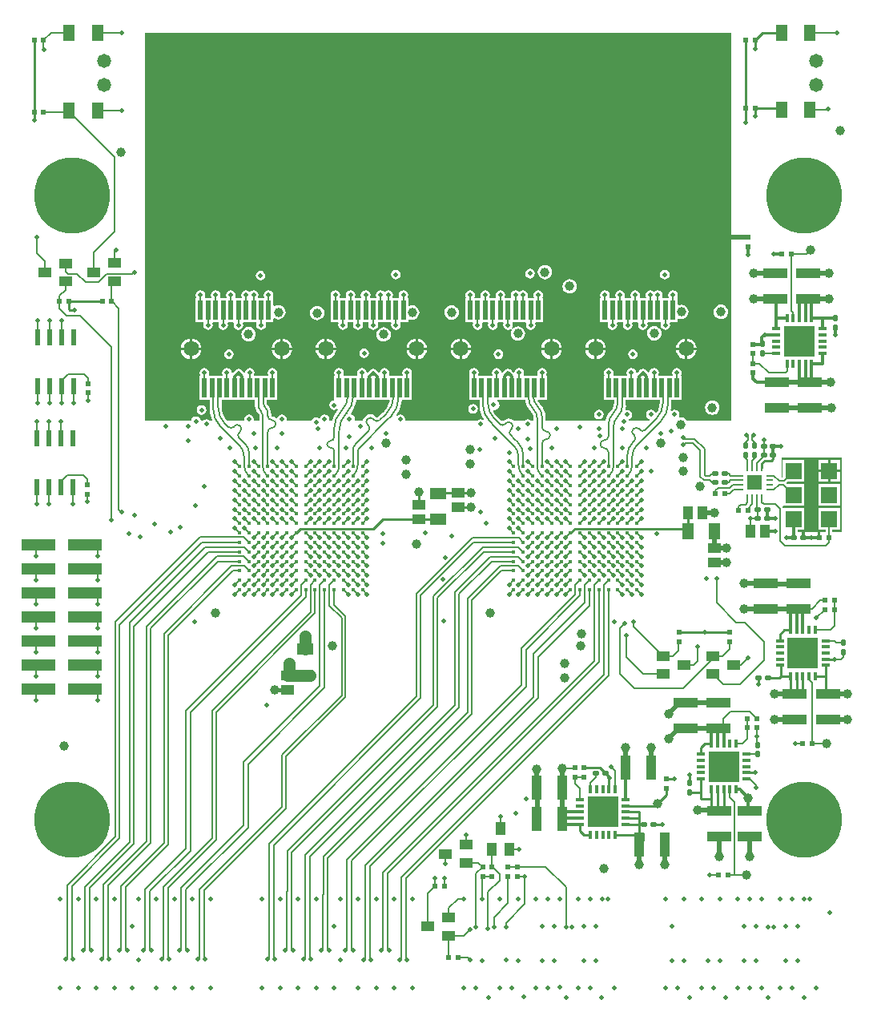
<source format=gtl>
%FSLAX44Y44*%
%MOMM*%
G71*
G01*
G75*
G04 Layer_Physical_Order=1*
G04 Layer_Color=255*
%ADD10C,0.2032*%
%ADD11R,1.6000X1.6000*%
%ADD12R,0.2800X0.8000*%
%ADD13R,0.8000X0.2800*%
%ADD14R,0.6000X0.6000*%
%ADD15R,0.6000X0.6000*%
%ADD16R,1.4000X1.0000*%
G04:AMPARAMS|DCode=17|XSize=0.5mm|YSize=0.6mm|CornerRadius=0.125mm|HoleSize=0mm|Usage=FLASHONLY|Rotation=0.000|XOffset=0mm|YOffset=0mm|HoleType=Round|Shape=RoundedRectangle|*
%AMROUNDEDRECTD17*
21,1,0.5000,0.3500,0,0,0.0*
21,1,0.2500,0.6000,0,0,0.0*
1,1,0.2500,0.1250,-0.1750*
1,1,0.2500,-0.1250,-0.1750*
1,1,0.2500,-0.1250,0.1750*
1,1,0.2500,0.1250,0.1750*
%
%ADD17ROUNDEDRECTD17*%
%ADD18R,2.6000X1.1000*%
G04:AMPARAMS|DCode=19|XSize=0.5mm|YSize=0.6mm|CornerRadius=0.125mm|HoleSize=0mm|Usage=FLASHONLY|Rotation=270.000|XOffset=0mm|YOffset=0mm|HoleType=Round|Shape=RoundedRectangle|*
%AMROUNDEDRECTD19*
21,1,0.5000,0.3500,0,0,270.0*
21,1,0.2500,0.6000,0,0,270.0*
1,1,0.2500,-0.1750,-0.1250*
1,1,0.2500,-0.1750,0.1250*
1,1,0.2500,0.1750,0.1250*
1,1,0.2500,0.1750,-0.1250*
%
%ADD19ROUNDEDRECTD19*%
%ADD20R,1.1000X1.3500*%
%ADD21R,1.0000X1.4000*%
%ADD22R,1.4000X1.1000*%
%ADD23R,1.1500X1.8000*%
%ADD24R,0.9500X0.3500*%
%ADD25R,0.3500X0.9500*%
%ADD26R,3.3000X3.3000*%
%ADD27R,0.6000X1.8000*%
%ADD28R,0.5000X2.0000*%
%ADD29R,1.1000X1.4000*%
%ADD30R,1.1500X1.7000*%
%ADD31R,3.3000X3.3000*%
%ADD32R,1.1000X2.6000*%
%ADD33R,1.7000X1.1500*%
%ADD34C,0.4500*%
%ADD35C,1.0000*%
%ADD36R,12.0500X2.0000*%
%ADD37R,1.8000X1.8000*%
%ADD38R,3.6800X1.2700*%
%ADD39C,0.2540*%
%ADD40C,0.1270*%
%ADD41C,0.5080*%
%ADD42C,0.1524*%
%ADD43C,0.3048*%
%ADD44C,0.5000*%
%ADD45C,1.2700*%
%ADD46C,0.3810*%
%ADD47C,1.6500*%
%ADD48C,1.4732*%
%ADD49C,1.2802*%
%ADD50C,0.9500*%
%ADD51R,2.0000X2.0000*%
%ADD52C,8.0000*%
%ADD53C,0.5080*%
%ADD54C,0.4928*%
%ADD55C,0.6600*%
G36*
X256470Y659928D02*
X256434D01*
X256855Y656736D01*
X258087Y653761D01*
X260047Y651207D01*
X260047Y651207D01*
X260187Y651067D01*
X260763Y650205D01*
X261003Y648999D01*
X261001Y648989D01*
Y643400D01*
X255785D01*
X254979Y644382D01*
X255102Y645000D01*
X254713Y646952D01*
X253608Y648607D01*
X251952Y649714D01*
X250000Y650102D01*
X248048Y649714D01*
X246392Y648607D01*
X245287Y646952D01*
X244898Y645000D01*
X245021Y644382D01*
X244216Y643400D01*
X226685D01*
X224680Y645843D01*
X222663Y649616D01*
X221421Y653710D01*
X221018Y657806D01*
X221050Y657967D01*
Y665860D01*
X256470D01*
Y659928D01*
D02*
G37*
G36*
X542109Y664636D02*
X543404Y660369D01*
X545506Y656437D01*
X548334Y652990D01*
Y652990D01*
D01*
Y652990D01*
X549811Y651162D01*
X550714Y648984D01*
X551013Y646708D01*
X551001Y646647D01*
Y643400D01*
X548746D01*
X548607Y643607D01*
X546952Y644714D01*
X545000Y645102D01*
X543048Y644714D01*
X541393Y643607D01*
X541254Y643400D01*
X530284D01*
X530235Y643464D01*
X530211Y643500D01*
X530175Y643524D01*
X528591Y644740D01*
X526706Y645520D01*
X524684Y645787D01*
X522661Y645520D01*
X520777Y644740D01*
X519192Y643524D01*
X519157Y643500D01*
X519157Y643500D01*
X519156Y643500D01*
X519057Y643400D01*
X516598D01*
X512415Y647582D01*
X512279Y647673D01*
X509668Y650855D01*
X508123Y653745D01*
X508609Y654919D01*
X509119Y655073D01*
X510000Y654898D01*
X511952Y655286D01*
X513607Y656393D01*
X514714Y658048D01*
X515102Y660000D01*
X514714Y661952D01*
X513607Y663607D01*
X512055Y664645D01*
X512424Y665860D01*
X541989D01*
X542109Y664636D01*
D02*
G37*
G36*
X760000Y643400D02*
X713258D01*
X712224Y644748D01*
X710649Y645956D01*
X708814Y646716D01*
X706846Y646975D01*
X705247Y646765D01*
X704577Y647843D01*
X704714Y648048D01*
X705102Y650000D01*
X704714Y651952D01*
X703607Y653607D01*
X701952Y654714D01*
X700000Y655102D01*
X698048Y654714D01*
X696815Y653890D01*
X695773Y654616D01*
X696200Y656393D01*
X696557Y660937D01*
X696538D01*
Y665860D01*
X707409D01*
Y690940D01*
X707409Y690940D01*
X707409D01*
X706890Y691910D01*
X707083Y692198D01*
X707471Y694150D01*
X707083Y696102D01*
X705976Y697758D01*
X704321Y698864D01*
X702369Y699252D01*
X700417Y698864D01*
X698761Y697758D01*
X697655Y696102D01*
X697267Y694150D01*
X697655Y692198D01*
X697747Y692060D01*
X697149Y690940D01*
X683589D01*
X682990Y692060D01*
X683083Y692198D01*
X683471Y694150D01*
X683083Y696102D01*
X681976Y697758D01*
X680321Y698864D01*
X678369Y699252D01*
X676417Y698864D01*
X674761Y697758D01*
X673655Y696102D01*
X673429Y694965D01*
X672214Y694596D01*
X670804Y696006D01*
X670122Y697028D01*
X668466Y698133D01*
X666514Y698522D01*
X664562Y698133D01*
X662906Y697028D01*
X662224Y696006D01*
X660572Y694354D01*
X659357Y694723D01*
X659082Y696102D01*
X657977Y697758D01*
X656321Y698864D01*
X654369Y699252D01*
X652417Y698864D01*
X650761Y697758D01*
X649656Y696102D01*
X649267Y694150D01*
X649656Y692198D01*
X649747Y692060D01*
X649149Y690940D01*
X635589D01*
X634991Y692060D01*
X635082Y692198D01*
X635471Y694150D01*
X635082Y696102D01*
X633977Y697758D01*
X632321Y698864D01*
X630369Y699252D01*
X628417Y698864D01*
X626761Y697758D01*
X625656Y696102D01*
X625267Y694150D01*
X625656Y692198D01*
X625848Y691910D01*
X625329Y690940D01*
X625329D01*
X625329Y690940D01*
Y665860D01*
X636200D01*
Y663040D01*
X636237Y662857D01*
X635791Y659474D01*
X634415Y656151D01*
X632338Y653443D01*
X632182Y653340D01*
X632164Y653358D01*
X629695Y650349D01*
X627860Y646916D01*
X626793Y643400D01*
X563626D01*
Y647043D01*
X563656D01*
X563257Y651093D01*
X562076Y654988D01*
X560157Y658577D01*
X557575Y661723D01*
X557554Y661702D01*
X557437Y661780D01*
X555610Y664161D01*
X555343Y664804D01*
X556049Y665860D01*
X564909D01*
Y690940D01*
X564909Y690940D01*
X564909D01*
X564390Y691910D01*
X564582Y692198D01*
X564971Y694150D01*
X564582Y696102D01*
X563476Y697758D01*
X561821Y698864D01*
X559869Y699252D01*
X557917Y698864D01*
X556261Y697758D01*
X555155Y696102D01*
X554767Y694150D01*
X555155Y692198D01*
X555247Y692060D01*
X554649Y690940D01*
X541089D01*
X540490Y692060D01*
X540583Y692198D01*
X540971Y694150D01*
X540583Y696102D01*
X539477Y697758D01*
X537821Y698864D01*
X535869Y699252D01*
X533917Y698864D01*
X532261Y697758D01*
X531156Y696102D01*
X530929Y694965D01*
X529714Y694596D01*
X528304Y696006D01*
X527621Y697028D01*
X525966Y698133D01*
X524014Y698522D01*
X522062Y698133D01*
X520406Y697028D01*
X519724Y696006D01*
X518072Y694354D01*
X516857Y694723D01*
X516582Y696102D01*
X515476Y697758D01*
X513821Y698864D01*
X511869Y699252D01*
X509917Y698864D01*
X508261Y697758D01*
X507155Y696102D01*
X506767Y694150D01*
X507155Y692198D01*
X507247Y692060D01*
X506649Y690940D01*
X493089D01*
X492491Y692060D01*
X492583Y692198D01*
X492971Y694150D01*
X492583Y696102D01*
X491477Y697758D01*
X489821Y698864D01*
X487869Y699252D01*
X485917Y698864D01*
X484261Y697758D01*
X483156Y696102D01*
X482767Y694150D01*
X483156Y692198D01*
X483348Y691910D01*
X482829Y690940D01*
X482829D01*
X482829Y690940D01*
Y665860D01*
X493706D01*
Y660693D01*
X493686D01*
X494044Y656149D01*
X495108Y651718D01*
X496852Y647507D01*
X498133Y645416D01*
X497218Y644536D01*
X496952Y644714D01*
X495000Y645102D01*
X493048Y644714D01*
X491393Y643607D01*
X491254Y643400D01*
X415784D01*
X414979Y644382D01*
X415102Y645000D01*
X414714Y646952D01*
X413607Y648607D01*
X411952Y649714D01*
X410000Y650102D01*
X408048Y649714D01*
X407039Y649040D01*
X406124Y649920D01*
X408452Y653718D01*
X410196Y657929D01*
X411260Y662361D01*
X411535Y665860D01*
X422409D01*
Y690940D01*
X422409Y690940D01*
X422409D01*
X421890Y691910D01*
X422082Y692198D01*
X422471Y694150D01*
X422082Y696102D01*
X420976Y697758D01*
X419321Y698864D01*
X417369Y699252D01*
X415417Y698864D01*
X413761Y697758D01*
X412655Y696102D01*
X412267Y694150D01*
X412655Y692198D01*
X412747Y692060D01*
X412149Y690940D01*
X398589D01*
X397990Y692060D01*
X398083Y692198D01*
X398471Y694150D01*
X398083Y696102D01*
X396977Y697758D01*
X395321Y698864D01*
X393369Y699252D01*
X391417Y698864D01*
X389762Y697758D01*
X388656Y696102D01*
X388429Y694965D01*
X387214Y694596D01*
X385804Y696006D01*
X385121Y697028D01*
X383466Y698133D01*
X381514Y698522D01*
X379562Y698133D01*
X377906Y697028D01*
X377224Y696006D01*
X375572Y694354D01*
X374357Y694723D01*
X374082Y696102D01*
X372976Y697758D01*
X371321Y698864D01*
X369369Y699252D01*
X367417Y698864D01*
X365761Y697758D01*
X364655Y696102D01*
X364267Y694150D01*
X364655Y692198D01*
X364747Y692060D01*
X364149Y690940D01*
X350589D01*
X349991Y692060D01*
X350083Y692198D01*
X350471Y694150D01*
X350083Y696102D01*
X348977Y697758D01*
X347321Y698864D01*
X345369Y699252D01*
X343417Y698864D01*
X341761Y697758D01*
X340656Y696102D01*
X340267Y694150D01*
X340656Y692198D01*
X340848Y691910D01*
X340329Y690940D01*
X340329D01*
X340329Y690940D01*
Y665860D01*
X340329Y665860D01*
X340329D01*
X340205Y665239D01*
X340000Y665102D01*
D01*
X338048Y664714D01*
X336393Y663607D01*
X335286Y661952D01*
X334898Y660000D01*
X335286Y658048D01*
X336393Y656393D01*
X338048Y655286D01*
X340000Y654898D01*
X341952Y655286D01*
X343387Y656245D01*
X344231Y655296D01*
X342155Y652866D01*
X339663Y648799D01*
X337838Y644392D01*
X337600Y643400D01*
X335784D01*
X334979Y644382D01*
X335102Y645000D01*
X334714Y646952D01*
X333607Y648607D01*
X331952Y649714D01*
X330000Y650102D01*
X328048Y649714D01*
X326393Y648607D01*
X325286Y646952D01*
X325194Y646486D01*
X324020Y646000D01*
X322952Y646713D01*
X321000Y647102D01*
X319048Y646713D01*
X317393Y645608D01*
X316287Y643952D01*
X316177Y643400D01*
X290784D01*
X289979Y644382D01*
X290102Y645000D01*
X289713Y646952D01*
X288608Y648607D01*
X286952Y649714D01*
X285000Y650102D01*
X283048Y649714D01*
X281392Y648607D01*
X280287Y646952D01*
X280213Y646583D01*
X279025Y646136D01*
X278098Y646847D01*
X276213Y647628D01*
X274233Y647888D01*
X274191Y647897D01*
Y647912D01*
X273802Y648073D01*
X273641Y648462D01*
X273626D01*
Y650401D01*
X273628D01*
X273342Y653307D01*
X272494Y656101D01*
X271117Y658676D01*
X269265Y660933D01*
X269266Y660934D01*
X269266Y660934D01*
X269108Y661317D01*
X269059Y661434D01*
X269059D01*
D01*
D01*
X269059D01*
X269056Y661438D01*
Y665860D01*
X279909D01*
Y690940D01*
X279909Y690940D01*
X279909D01*
X279390Y691910D01*
X279583Y692198D01*
X279971Y694150D01*
X279583Y696102D01*
X278477Y697758D01*
X276821Y698864D01*
X274869Y699252D01*
X272917Y698864D01*
X271262Y697758D01*
X270156Y696102D01*
X269767Y694150D01*
X270156Y692198D01*
X270247Y692060D01*
X269649Y690940D01*
X256089D01*
X255490Y692060D01*
X255583Y692198D01*
X255971Y694150D01*
X255583Y696102D01*
X254477Y697758D01*
X252821Y698864D01*
X250869Y699252D01*
X248917Y698864D01*
X247262Y697758D01*
X246155Y696102D01*
X245929Y694965D01*
X244714Y694596D01*
X243304Y696006D01*
X242621Y697028D01*
X240966Y698133D01*
X239014Y698522D01*
X237062Y698133D01*
X235406Y697028D01*
X234724Y696006D01*
X233072Y694354D01*
X231857Y694723D01*
X231583Y696102D01*
X230476Y697758D01*
X228821Y698864D01*
X226869Y699252D01*
X224917Y698864D01*
X223262Y697758D01*
X222155Y696102D01*
X221767Y694150D01*
X222155Y692198D01*
X222247Y692060D01*
X221649Y690940D01*
X208089D01*
X207491Y692060D01*
X207582Y692198D01*
X207971Y694150D01*
X207582Y696102D01*
X206476Y697758D01*
X204821Y698864D01*
X202869Y699252D01*
X200917Y698864D01*
X199261Y697758D01*
X198155Y696102D01*
X197767Y694150D01*
X198155Y692198D01*
X198348Y691910D01*
X197829Y690940D01*
X197829D01*
X197829Y690940D01*
Y665860D01*
X208718D01*
Y655218D01*
X208702D01*
X209046Y650850D01*
X210069Y646589D01*
X210952Y644456D01*
X210247Y643400D01*
X208746D01*
X208608Y643607D01*
X206952Y644714D01*
X205000Y645102D01*
X203048Y644714D01*
X201392Y643607D01*
X201254Y643400D01*
X199022D01*
X198713Y644952D01*
X197607Y646608D01*
X195952Y647713D01*
X194000Y648102D01*
X192048Y647713D01*
X190392Y646608D01*
X189286Y644952D01*
X188978Y643400D01*
X140000D01*
Y1053400D01*
X760000D01*
Y643400D01*
D02*
G37*
G36*
X684206Y663223D02*
X684238Y663063D01*
X683835Y658966D01*
X682593Y654872D01*
X681189Y652246D01*
X679714Y651952D01*
X678607Y653607D01*
X676952Y654714D01*
X675000Y655102D01*
X673048Y654714D01*
X671393Y653607D01*
X670286Y651952D01*
X669898Y650000D01*
X670286Y648048D01*
X671393Y646393D01*
X673048Y645286D01*
X673596Y645177D01*
X673826Y644420D01*
X673069Y643400D01*
X651714D01*
X651115Y644520D01*
X651578Y645212D01*
X651952Y645286D01*
X653607Y646393D01*
X654714Y648048D01*
X655102Y650000D01*
X654714Y651952D01*
X653607Y653607D01*
X651952Y654714D01*
X650000Y655102D01*
X648972Y654897D01*
X648119Y655838D01*
X648162Y655980D01*
X648562Y660047D01*
X648532D01*
Y665860D01*
X684206D01*
Y663223D01*
D02*
G37*
G36*
X398158Y665666D02*
X398770Y664840D01*
X397598Y660976D01*
X395639Y657311D01*
X393099Y654216D01*
X392971Y654131D01*
X392971Y654131D01*
X392971Y654131D01*
X391263Y652423D01*
X391263Y652423D01*
X385953Y647113D01*
X384683D01*
X383791Y648006D01*
X383755Y648029D01*
X382171Y649245D01*
X380286Y650026D01*
X378264Y650292D01*
X376241Y650026D01*
X374357Y649245D01*
X372772Y648029D01*
X372736Y648006D01*
X372713Y647970D01*
X371497Y646385D01*
X370716Y644501D01*
X370571Y643400D01*
X362877D01*
X362071Y644382D01*
X362226Y645160D01*
X361838Y647112D01*
X360732Y648767D01*
X359076Y649874D01*
X358043Y650079D01*
X357627Y651279D01*
X358391Y652173D01*
X360609Y655793D01*
X362233Y659715D01*
X363224Y663843D01*
X363383Y665860D01*
X397981D01*
X398158Y665666D01*
D02*
G37*
G36*
X876808Y525526D02*
X866537D01*
Y528210D01*
X874840D01*
Y551290D01*
X851760D01*
Y528210D01*
X860063D01*
Y525526D01*
X854028D01*
Y519938D01*
X851488D01*
Y525526D01*
X837456D01*
Y519928D01*
X834916D01*
Y525526D01*
X829944D01*
Y528210D01*
X837340D01*
Y551290D01*
X814797D01*
X814775Y551403D01*
X814073Y552453D01*
X815230Y553610D01*
X837340D01*
Y576690D01*
X818838D01*
X817727Y577801D01*
X817738Y577910D01*
X818838Y579010D01*
X837340D01*
Y602090D01*
X814260D01*
Y583588D01*
X814108Y583436D01*
X812800D01*
Y604520D01*
X876808D01*
Y525526D01*
D02*
G37*
%LPC*%
G36*
X342085Y718130D02*
X332639D01*
Y708684D01*
X334186Y708888D01*
X336811Y709975D01*
X339064Y711704D01*
X340794Y713958D01*
X341881Y716583D01*
X342085Y718130D01*
D02*
G37*
G36*
X484585D02*
X475139D01*
Y708684D01*
X476686Y708888D01*
X479310Y709975D01*
X481564Y711704D01*
X483294Y713958D01*
X484381Y716583D01*
X484585Y718130D01*
D02*
G37*
G36*
X472599D02*
X463153D01*
X463357Y716583D01*
X464444Y713958D01*
X466174Y711704D01*
X468427Y709975D01*
X471052Y708888D01*
X472599Y708684D01*
Y718130D01*
D02*
G37*
G36*
X438085D02*
X428639D01*
Y708684D01*
X430186Y708888D01*
X432811Y709975D01*
X435065Y711704D01*
X436794Y713958D01*
X437881Y716583D01*
X438085Y718130D01*
D02*
G37*
G36*
X426099D02*
X416653D01*
X416857Y716583D01*
X417944Y713958D01*
X419674Y711704D01*
X421927Y709975D01*
X424552Y708888D01*
X426099Y708684D01*
Y718130D01*
D02*
G37*
G36*
X723085D02*
X713639D01*
Y708684D01*
X715186Y708888D01*
X717811Y709975D01*
X720064Y711704D01*
X721794Y713958D01*
X722881Y716583D01*
X723085Y718130D01*
D02*
G37*
G36*
X711099D02*
X701653D01*
X701857Y716583D01*
X702944Y713958D01*
X704673Y711704D01*
X706927Y709975D01*
X709552Y708888D01*
X711099Y708684D01*
Y718130D01*
D02*
G37*
G36*
X513869Y718990D02*
X511917Y718602D01*
X510261Y717495D01*
X509156Y715840D01*
X508767Y713888D01*
X509156Y711936D01*
X510261Y710281D01*
X511917Y709174D01*
X513869Y708786D01*
X515821Y709174D01*
X517477Y710281D01*
X518582Y711936D01*
X518971Y713888D01*
X518582Y715840D01*
X517477Y717495D01*
X515821Y718602D01*
X513869Y718990D01*
D02*
G37*
G36*
X228869D02*
X226917Y718602D01*
X225261Y717495D01*
X224156Y715840D01*
X223767Y713888D01*
X224156Y711936D01*
X225261Y710281D01*
X226917Y709174D01*
X228869Y708786D01*
X230821Y709174D01*
X232477Y710281D01*
X233582Y711936D01*
X233971Y713888D01*
X233582Y715840D01*
X232477Y717495D01*
X230821Y718602D01*
X228869Y718990D01*
D02*
G37*
G36*
X580585Y718130D02*
X571139D01*
Y708684D01*
X572686Y708888D01*
X575311Y709975D01*
X577565Y711704D01*
X579294Y713958D01*
X580381Y716583D01*
X580585Y718130D01*
D02*
G37*
G36*
X568599D02*
X559153D01*
X559357Y716583D01*
X560444Y713958D01*
X562174Y711704D01*
X564427Y709975D01*
X567052Y708888D01*
X568599Y708684D01*
Y718130D01*
D02*
G37*
G36*
X627085D02*
X617639D01*
Y708684D01*
X619186Y708888D01*
X621810Y709975D01*
X624064Y711704D01*
X625794Y713958D01*
X626881Y716583D01*
X627085Y718130D01*
D02*
G37*
G36*
X615099D02*
X605653D01*
X605857Y716583D01*
X606944Y713958D01*
X608674Y711704D01*
X610927Y709975D01*
X613552Y708888D01*
X615099Y708684D01*
Y718130D01*
D02*
G37*
G36*
X330099D02*
X320653D01*
X320857Y716583D01*
X321944Y713958D01*
X323674Y711704D01*
X325927Y709975D01*
X328552Y708888D01*
X330099Y708684D01*
Y718130D01*
D02*
G37*
G36*
X862030Y602090D02*
X851760D01*
Y591820D01*
X862030D01*
Y602090D01*
D02*
G37*
G36*
X874840D02*
X864570D01*
Y591820D01*
X874840D01*
Y602090D01*
D02*
G37*
G36*
X620000Y655102D02*
X618048Y654714D01*
X616393Y653607D01*
X615286Y651952D01*
X614898Y650000D01*
X615286Y648048D01*
X616393Y646393D01*
X618048Y645286D01*
X620000Y644898D01*
X621952Y645286D01*
X623607Y646393D01*
X624714Y648048D01*
X625102Y650000D01*
X624714Y651952D01*
X623607Y653607D01*
X621952Y654714D01*
X620000Y655102D01*
D02*
G37*
G36*
X874840Y576690D02*
X851760D01*
Y553610D01*
X874840D01*
Y576690D01*
D02*
G37*
G36*
X862030Y589280D02*
X851760D01*
Y579010D01*
X862030D01*
Y589280D01*
D02*
G37*
G36*
X874840D02*
X864570D01*
Y579010D01*
X874840D01*
Y589280D01*
D02*
G37*
G36*
X739782Y664911D02*
X737814Y664652D01*
X735980Y663892D01*
X734404Y662683D01*
X733196Y661108D01*
X732436Y659274D01*
X732177Y657306D01*
X732436Y655337D01*
X733196Y653503D01*
X734404Y651928D01*
X735980Y650720D01*
X737814Y649960D01*
X739782Y649701D01*
X741750Y649960D01*
X743585Y650720D01*
X745160Y651928D01*
X746368Y653503D01*
X747128Y655337D01*
X747387Y657306D01*
X747128Y659274D01*
X746368Y661108D01*
X745160Y662683D01*
X743585Y663892D01*
X741750Y664652D01*
X739782Y664911D01*
D02*
G37*
G36*
X199585Y718130D02*
X190139D01*
Y708684D01*
X191686Y708888D01*
X194311Y709975D01*
X196565Y711704D01*
X198294Y713958D01*
X199381Y716583D01*
X199585Y718130D01*
D02*
G37*
G36*
X283599D02*
X274153D01*
X274357Y716583D01*
X275444Y713958D01*
X277174Y711704D01*
X279427Y709975D01*
X282052Y708888D01*
X283599Y708684D01*
Y718130D01*
D02*
G37*
G36*
X295585D02*
X286139D01*
Y708684D01*
X287686Y708888D01*
X290311Y709975D01*
X292565Y711704D01*
X294294Y713958D01*
X295381Y716583D01*
X295585Y718130D01*
D02*
G37*
G36*
X200000Y660102D02*
X198048Y659714D01*
X196392Y658607D01*
X195287Y656952D01*
X194898Y655000D01*
X195287Y653048D01*
X196392Y651393D01*
X198048Y650286D01*
X200000Y649898D01*
X201952Y650286D01*
X203608Y651393D01*
X204713Y653048D01*
X205102Y655000D01*
X204713Y656952D01*
X203608Y658607D01*
X201952Y659714D01*
X200000Y660102D01*
D02*
G37*
G36*
X487000Y661102D02*
X485048Y660714D01*
X483392Y659607D01*
X482286Y657952D01*
X481898Y656000D01*
X482286Y654048D01*
X483392Y652393D01*
X485048Y651286D01*
X487000Y650898D01*
X488952Y651286D01*
X490607Y652393D01*
X491713Y654048D01*
X492102Y656000D01*
X491713Y657952D01*
X490607Y659607D01*
X488952Y660714D01*
X487000Y661102D01*
D02*
G37*
G36*
X187599Y718130D02*
X178153D01*
X178357Y716583D01*
X179444Y713958D01*
X181173Y711704D01*
X183427Y709975D01*
X186052Y708888D01*
X187599Y708684D01*
Y718130D01*
D02*
G37*
G36*
X655869Y718990D02*
X653917Y718602D01*
X652262Y717495D01*
X651155Y715840D01*
X650767Y713888D01*
X651155Y711936D01*
X652262Y710281D01*
X653917Y709174D01*
X655869Y708786D01*
X657821Y709174D01*
X659477Y710281D01*
X660583Y711936D01*
X660971Y713888D01*
X660583Y715840D01*
X659477Y717495D01*
X657821Y718602D01*
X655869Y718990D01*
D02*
G37*
G36*
X748902Y766209D02*
X746934Y765950D01*
X745099Y765190D01*
X743524Y763982D01*
X742316Y762407D01*
X741556Y760572D01*
X741297Y758604D01*
X741556Y756636D01*
X742316Y754801D01*
X743524Y753226D01*
X745099Y752018D01*
X746934Y751258D01*
X748902Y750999D01*
X750870Y751258D01*
X752704Y752018D01*
X754280Y753226D01*
X755488Y754801D01*
X756248Y756636D01*
X756507Y758604D01*
X756248Y760572D01*
X755488Y762407D01*
X754280Y763982D01*
X752704Y765190D01*
X750870Y765950D01*
X748902Y766209D01*
D02*
G37*
G36*
X464322Y765623D02*
X462354Y765364D01*
X460519Y764604D01*
X458944Y763396D01*
X457736Y761821D01*
X456976Y759986D01*
X456717Y758018D01*
X456976Y756050D01*
X457736Y754215D01*
X458944Y752640D01*
X460519Y751432D01*
X462354Y750672D01*
X464322Y750413D01*
X466290Y750672D01*
X468125Y751432D01*
X469700Y752640D01*
X470908Y754215D01*
X471668Y756050D01*
X471927Y758018D01*
X471668Y759986D01*
X470908Y761821D01*
X469700Y763396D01*
X468125Y764604D01*
X466290Y765364D01*
X464322Y765623D01*
D02*
G37*
G36*
X254869Y781252D02*
X252917Y780863D01*
X251262Y779758D01*
X250476D01*
X248821Y780863D01*
X246869Y781252D01*
X244917Y780863D01*
X243262Y779758D01*
X242155Y778102D01*
X241767Y776150D01*
X242155Y774198D01*
X242247Y774060D01*
X241649Y772940D01*
X236089D01*
X235491Y774060D01*
X235583Y774198D01*
X235971Y776150D01*
X235583Y778102D01*
X234477Y779758D01*
X232821Y780863D01*
X230869Y781252D01*
X228917Y780863D01*
X227262Y779758D01*
X226155Y778102D01*
X225767Y776150D01*
X226155Y774198D01*
X226248Y774060D01*
X225649Y772940D01*
X220089D01*
X219491Y774060D01*
X219583Y774198D01*
X219971Y776150D01*
X219583Y778102D01*
X218477Y779758D01*
X216821Y780863D01*
X214869Y781252D01*
X212917Y780863D01*
X211262Y779758D01*
X210156Y778102D01*
X209767Y776150D01*
X210156Y774198D01*
X210247Y774060D01*
X209649Y772940D01*
X204089D01*
X203491Y774060D01*
X203582Y774198D01*
X203971Y776150D01*
X203582Y778102D01*
X202477Y779758D01*
X200821Y780863D01*
X198869Y781252D01*
X196917Y780863D01*
X195261Y779758D01*
X194156Y778102D01*
X193767Y776150D01*
X194156Y774198D01*
X194348Y773910D01*
X193829Y772940D01*
X193829D01*
X193829Y772940D01*
Y747860D01*
X201649D01*
X202247Y746740D01*
X202155Y746602D01*
X201767Y744650D01*
X202155Y742698D01*
X203262Y741042D01*
X204917Y739937D01*
X206869Y739548D01*
X208821Y739937D01*
X210476Y741042D01*
X211583Y742698D01*
X211971Y744650D01*
X211583Y746602D01*
X211491Y746740D01*
X212089Y747860D01*
X217649D01*
X218247Y746740D01*
X218155Y746602D01*
X217767Y744650D01*
X218155Y742698D01*
X219261Y741042D01*
X220917Y739937D01*
X222869Y739548D01*
X224821Y739937D01*
X226476Y741042D01*
X227582Y742698D01*
X227971Y744650D01*
X227582Y746602D01*
X227491Y746740D01*
X228089Y747860D01*
X233649D01*
X234247Y746740D01*
X234156Y746602D01*
X233767Y744650D01*
X234156Y742698D01*
X235261Y741042D01*
X236917Y739937D01*
X238869Y739548D01*
X240821Y739937D01*
X242477Y741042D01*
X243582Y742698D01*
X243971Y744650D01*
X243582Y746602D01*
X243491Y746740D01*
X244089Y747860D01*
X257649D01*
X258247Y746740D01*
X258155Y746602D01*
X257767Y744650D01*
X258155Y742698D01*
X259261Y741042D01*
X260917Y739937D01*
X262869Y739548D01*
X264821Y739937D01*
X266476Y741042D01*
X267582Y742698D01*
X267971Y744650D01*
X267582Y746602D01*
X267491Y746740D01*
X268089Y747860D01*
X275909D01*
Y751258D01*
X277048Y751820D01*
X277330Y751604D01*
X279164Y750844D01*
X281132Y750585D01*
X283100Y750844D01*
X284935Y751604D01*
X286510Y752812D01*
X287718Y754388D01*
X288478Y756222D01*
X288737Y758190D01*
X288478Y760158D01*
X287718Y761992D01*
X286510Y763568D01*
X284935Y764776D01*
X283100Y765536D01*
X281132Y765795D01*
X279164Y765536D01*
X277330Y764776D01*
X277048Y764560D01*
X275909Y765122D01*
Y772940D01*
X275909Y772940D01*
X275909D01*
X275390Y773910D01*
X275583Y774198D01*
X275971Y776150D01*
X275583Y778102D01*
X274477Y779758D01*
X272821Y780863D01*
X270869Y781252D01*
X268917Y780863D01*
X267262Y779758D01*
X266155Y778102D01*
X265767Y776150D01*
X266155Y774198D01*
X266247Y774060D01*
X265649Y772940D01*
X260089D01*
X259491Y774060D01*
X259583Y774198D01*
X259971Y776150D01*
X259583Y778102D01*
X258477Y779758D01*
X256821Y780863D01*
X254869Y781252D01*
D02*
G37*
G36*
X589000Y793105D02*
X587032Y792846D01*
X585197Y792086D01*
X583622Y790878D01*
X582414Y789303D01*
X581654Y787468D01*
X581395Y785500D01*
X581654Y783532D01*
X582414Y781697D01*
X583622Y780122D01*
X585197Y778914D01*
X587032Y778154D01*
X589000Y777895D01*
X590968Y778154D01*
X592803Y778914D01*
X594378Y780122D01*
X595586Y781697D01*
X596346Y783532D01*
X596605Y785500D01*
X596346Y787468D01*
X595586Y789303D01*
X594378Y790878D01*
X592803Y792086D01*
X590968Y792846D01*
X589000Y793105D01*
D02*
G37*
G36*
X249500Y742605D02*
X247532Y742346D01*
X245697Y741586D01*
X244122Y740378D01*
X242914Y738802D01*
X242154Y736968D01*
X241895Y735000D01*
X242154Y733032D01*
X242914Y731197D01*
X244122Y729622D01*
X245697Y728414D01*
X247532Y727654D01*
X249500Y727395D01*
X251468Y727654D01*
X253302Y728414D01*
X254878Y729622D01*
X256086Y731197D01*
X256846Y733032D01*
X257105Y735000D01*
X256846Y736968D01*
X256086Y738802D01*
X254878Y740378D01*
X253302Y741586D01*
X251468Y742346D01*
X249500Y742605D01*
D02*
G37*
G36*
X392318Y742245D02*
X390350Y741986D01*
X388516Y741226D01*
X386940Y740017D01*
X385732Y738443D01*
X384972Y736608D01*
X384713Y734640D01*
X384972Y732672D01*
X385732Y730837D01*
X386940Y729262D01*
X388516Y728054D01*
X390350Y727294D01*
X392318Y727035D01*
X394286Y727294D01*
X396120Y728054D01*
X397696Y729262D01*
X398904Y730837D01*
X399664Y732672D01*
X399923Y734640D01*
X399664Y736608D01*
X398904Y738443D01*
X397696Y740017D01*
X396120Y741226D01*
X394286Y741986D01*
X392318Y742245D01*
D02*
G37*
G36*
X322072Y765033D02*
X320104Y764774D01*
X318270Y764014D01*
X316694Y762806D01*
X315486Y761230D01*
X314726Y759396D01*
X314467Y757428D01*
X314726Y755460D01*
X315486Y753625D01*
X316694Y752050D01*
X318270Y750842D01*
X320104Y750082D01*
X322072Y749823D01*
X324040Y750082D01*
X325874Y750842D01*
X327450Y752050D01*
X328658Y753625D01*
X329418Y755460D01*
X329677Y757428D01*
X329418Y759396D01*
X328658Y761230D01*
X327450Y762806D01*
X325874Y764014D01*
X324040Y764774D01*
X322072Y765033D01*
D02*
G37*
G36*
X678500Y743605D02*
X676532Y743346D01*
X674697Y742586D01*
X673122Y741378D01*
X671914Y739802D01*
X671154Y737968D01*
X670895Y736000D01*
X671154Y734032D01*
X671914Y732197D01*
X673122Y730622D01*
X674697Y729414D01*
X676532Y728654D01*
X678500Y728395D01*
X680468Y728654D01*
X682302Y729414D01*
X683878Y730622D01*
X685086Y732197D01*
X685846Y734032D01*
X686105Y736000D01*
X685846Y737968D01*
X685086Y739802D01*
X683878Y741378D01*
X682302Y742586D01*
X680468Y743346D01*
X678500Y743605D01*
D02*
G37*
G36*
X689609Y803079D02*
X687656Y802691D01*
X686001Y801585D01*
X684895Y799930D01*
X684507Y797977D01*
X684895Y796025D01*
X686001Y794370D01*
X687656Y793264D01*
X689609Y792875D01*
X691561Y793264D01*
X693216Y794370D01*
X694322Y796025D01*
X694711Y797977D01*
X694322Y799930D01*
X693216Y801585D01*
X691561Y802691D01*
X689609Y803079D01*
D02*
G37*
G36*
X405223D02*
X403270Y802691D01*
X401615Y801585D01*
X400509Y799930D01*
X400121Y797977D01*
X400509Y796025D01*
X401615Y794370D01*
X403270Y793264D01*
X405223Y792875D01*
X407175Y793264D01*
X408830Y794370D01*
X409936Y796025D01*
X410325Y797977D01*
X409936Y799930D01*
X408830Y801585D01*
X407175Y802691D01*
X405223Y803079D01*
D02*
G37*
G36*
X547223Y804079D02*
X545270Y803691D01*
X543615Y802585D01*
X542509Y800930D01*
X542121Y798977D01*
X542509Y797025D01*
X543615Y795370D01*
X545270Y794264D01*
X547223Y793875D01*
X549175Y794264D01*
X550830Y795370D01*
X551936Y797025D01*
X552325Y798977D01*
X551936Y800930D01*
X550830Y802585D01*
X549175Y803691D01*
X547223Y804079D01*
D02*
G37*
G36*
X563000Y808105D02*
X561032Y807846D01*
X559197Y807086D01*
X557622Y805878D01*
X556414Y804303D01*
X555654Y802468D01*
X555395Y800500D01*
X555654Y798532D01*
X556414Y796697D01*
X557622Y795122D01*
X559197Y793914D01*
X561032Y793154D01*
X563000Y792895D01*
X564968Y793154D01*
X566802Y793914D01*
X568378Y795122D01*
X569586Y796697D01*
X570346Y798532D01*
X570605Y800500D01*
X570346Y802468D01*
X569586Y804303D01*
X568378Y805878D01*
X566802Y807086D01*
X564968Y807846D01*
X563000Y808105D01*
D02*
G37*
G36*
X539869Y781252D02*
X537917Y780863D01*
X536261Y779758D01*
X535476D01*
X533821Y780863D01*
X531869Y781252D01*
X529917Y780863D01*
X528261Y779758D01*
X527155Y778102D01*
X526767Y776150D01*
X527155Y774198D01*
X527247Y774060D01*
X526649Y772940D01*
X521089D01*
X520491Y774060D01*
X520583Y774198D01*
X520971Y776150D01*
X520583Y778102D01*
X519477Y779758D01*
X517821Y780863D01*
X515869Y781252D01*
X513917Y780863D01*
X512262Y779758D01*
X511156Y778102D01*
X510767Y776150D01*
X511156Y774198D01*
X511247Y774060D01*
X510649Y772940D01*
X505089D01*
X504491Y774060D01*
X504582Y774198D01*
X504971Y776150D01*
X504582Y778102D01*
X503476Y779758D01*
X501821Y780863D01*
X499869Y781252D01*
X497917Y780863D01*
X496261Y779758D01*
X495155Y778102D01*
X494767Y776150D01*
X495155Y774198D01*
X495247Y774060D01*
X494649Y772940D01*
X489089D01*
X488490Y774060D01*
X488582Y774198D01*
X488971Y776150D01*
X488582Y778102D01*
X487477Y779758D01*
X485821Y780863D01*
X483869Y781252D01*
X481917Y780863D01*
X480261Y779758D01*
X479156Y778102D01*
X478767Y776150D01*
X479156Y774198D01*
X479348Y773910D01*
X478829Y772940D01*
X478829D01*
X478829Y772940D01*
Y747860D01*
X486649D01*
X487247Y746740D01*
X487155Y746602D01*
X486767Y744650D01*
X487155Y742698D01*
X488261Y741042D01*
X489917Y739937D01*
X491869Y739548D01*
X493821Y739937D01*
X495476Y741042D01*
X496582Y742698D01*
X496971Y744650D01*
X496582Y746602D01*
X496491Y746740D01*
X497089Y747860D01*
X502649D01*
X503247Y746740D01*
X503156Y746602D01*
X502767Y744650D01*
X503156Y742698D01*
X504262Y741042D01*
X505917Y739937D01*
X507869Y739548D01*
X509821Y739937D01*
X511477Y741042D01*
X512583Y742698D01*
X512971Y744650D01*
X512583Y746602D01*
X512491Y746740D01*
X513089Y747860D01*
X518649D01*
X519247Y746740D01*
X519156Y746602D01*
X518767Y744650D01*
X519156Y742698D01*
X520261Y741042D01*
X521917Y739937D01*
X523869Y739548D01*
X525821Y739937D01*
X527279Y740910D01*
X528147Y739983D01*
X527732Y739443D01*
X526972Y737608D01*
X526713Y735640D01*
X526972Y733672D01*
X527732Y731837D01*
X528940Y730262D01*
X530516Y729054D01*
X532350Y728294D01*
X534318Y728035D01*
X536286Y728294D01*
X538120Y729054D01*
X539696Y730262D01*
X540904Y731837D01*
X541664Y733672D01*
X541923Y735640D01*
X541664Y737608D01*
X540904Y739443D01*
X539696Y741018D01*
X538120Y742226D01*
X536286Y742986D01*
X534318Y743245D01*
X532350Y742986D01*
X530516Y742226D01*
X528995Y741059D01*
X528068Y741927D01*
X528582Y742698D01*
X528971Y744650D01*
X528582Y746602D01*
X528490Y746740D01*
X529089Y747860D01*
X542649D01*
X543247Y746740D01*
X543156Y746602D01*
X542767Y744650D01*
X543156Y742698D01*
X544261Y741042D01*
X545917Y739937D01*
X547869Y739548D01*
X549821Y739937D01*
X551477Y741042D01*
X552583Y742698D01*
X552971Y744650D01*
X552583Y746602D01*
X552491Y746740D01*
X553089Y747860D01*
X560909D01*
Y772940D01*
X560909Y772940D01*
X560909D01*
X560390Y773910D01*
X560583Y774198D01*
X560971Y776150D01*
X560583Y778102D01*
X559477Y779758D01*
X557821Y780863D01*
X555869Y781252D01*
X553917Y780863D01*
X552262Y779758D01*
X551156Y778102D01*
X550767Y776150D01*
X551156Y774198D01*
X551247Y774060D01*
X550649Y772940D01*
X545089D01*
X544491Y774060D01*
X544582Y774198D01*
X544971Y776150D01*
X544582Y778102D01*
X543476Y779758D01*
X541821Y780863D01*
X539869Y781252D01*
D02*
G37*
G36*
X397369D02*
X395417Y780863D01*
X393761Y779758D01*
X392976D01*
X391321Y780863D01*
X389369Y781252D01*
X387417Y780863D01*
X385761Y779758D01*
X384655Y778102D01*
X384267Y776150D01*
X384655Y774198D01*
X384747Y774060D01*
X384149Y772940D01*
X378589D01*
X377991Y774060D01*
X378083Y774198D01*
X378471Y776150D01*
X378083Y778102D01*
X376977Y779758D01*
X375321Y780863D01*
X373369Y781252D01*
X371417Y780863D01*
X369762Y779758D01*
X368656Y778102D01*
X368267Y776150D01*
X368656Y774198D01*
X368747Y774060D01*
X368149Y772940D01*
X362589D01*
X361991Y774060D01*
X362082Y774198D01*
X362471Y776150D01*
X362082Y778102D01*
X360976Y779758D01*
X359321Y780863D01*
X357369Y781252D01*
X355417Y780863D01*
X353761Y779758D01*
X352655Y778102D01*
X352267Y776150D01*
X352655Y774198D01*
X352747Y774060D01*
X352149Y772940D01*
X346589D01*
X345990Y774060D01*
X346082Y774198D01*
X346471Y776150D01*
X346082Y778102D01*
X344977Y779758D01*
X343321Y780863D01*
X341369Y781252D01*
X339417Y780863D01*
X337761Y779758D01*
X336656Y778102D01*
X336267Y776150D01*
X336656Y774198D01*
X336848Y773910D01*
X336329Y772940D01*
X336329D01*
X336329Y772940D01*
Y747860D01*
X344149D01*
X344747Y746740D01*
X344655Y746602D01*
X344267Y744650D01*
X344655Y742698D01*
X345761Y741042D01*
X347417Y739937D01*
X349369Y739548D01*
X351321Y739937D01*
X352976Y741042D01*
X354082Y742698D01*
X354471Y744650D01*
X354082Y746602D01*
X353991Y746740D01*
X354589Y747860D01*
X360149D01*
X360747Y746740D01*
X360656Y746602D01*
X360267Y744650D01*
X360656Y742698D01*
X361762Y741042D01*
X363417Y739937D01*
X365369Y739548D01*
X367321Y739937D01*
X368977Y741042D01*
X370083Y742698D01*
X370471Y744650D01*
X370083Y746602D01*
X369991Y746740D01*
X370589Y747860D01*
X376149D01*
X376747Y746740D01*
X376656Y746602D01*
X376267Y744650D01*
X376656Y742698D01*
X377761Y741042D01*
X379417Y739937D01*
X381369Y739548D01*
X383321Y739937D01*
X384977Y741042D01*
X386082Y742698D01*
X386471Y744650D01*
X386082Y746602D01*
X385990Y746740D01*
X386589Y747860D01*
X400149D01*
X400747Y746740D01*
X400656Y746602D01*
X400267Y744650D01*
X400656Y742698D01*
X401762Y741042D01*
X403417Y739937D01*
X405369Y739548D01*
X407321Y739937D01*
X408977Y741042D01*
X410083Y742698D01*
X410471Y744650D01*
X410083Y746602D01*
X409991Y746740D01*
X410589Y747860D01*
X418409D01*
Y750390D01*
X419465Y751096D01*
X420532Y750654D01*
X422500Y750395D01*
X424468Y750654D01*
X426303Y751414D01*
X427878Y752622D01*
X429086Y754197D01*
X429846Y756032D01*
X430105Y758000D01*
X429846Y759968D01*
X429086Y761803D01*
X427878Y763378D01*
X426303Y764586D01*
X424468Y765346D01*
X422500Y765605D01*
X420532Y765346D01*
X419465Y764904D01*
X418409Y765610D01*
Y772940D01*
X418409Y772940D01*
X418409D01*
X417890Y773910D01*
X418083Y774198D01*
X418471Y776150D01*
X418083Y778102D01*
X416977Y779758D01*
X415321Y780863D01*
X413369Y781252D01*
X411417Y780863D01*
X409762Y779758D01*
X408656Y778102D01*
X408267Y776150D01*
X408656Y774198D01*
X408747Y774060D01*
X408149Y772940D01*
X402589D01*
X401991Y774060D01*
X402082Y774198D01*
X402471Y776150D01*
X402082Y778102D01*
X400976Y779758D01*
X399321Y780863D01*
X397369Y781252D01*
D02*
G37*
G36*
X262223Y802079D02*
X260270Y801691D01*
X258615Y800585D01*
X257509Y798930D01*
X257121Y796977D01*
X257509Y795025D01*
X258615Y793370D01*
X260270Y792264D01*
X262223Y791875D01*
X264175Y792264D01*
X265830Y793370D01*
X266936Y795025D01*
X267325Y796977D01*
X266936Y798930D01*
X265830Y800585D01*
X264175Y801691D01*
X262223Y802079D01*
D02*
G37*
G36*
X682369Y781252D02*
X680417Y780863D01*
X678762Y779758D01*
X677977D01*
X676321Y780863D01*
X674369Y781252D01*
X672417Y780863D01*
X670761Y779758D01*
X669656Y778102D01*
X669267Y776150D01*
X669656Y774198D01*
X669747Y774060D01*
X669149Y772940D01*
X663589D01*
X662990Y774060D01*
X663083Y774198D01*
X663471Y776150D01*
X663083Y778102D01*
X661976Y779758D01*
X660321Y780863D01*
X658369Y781252D01*
X656417Y780863D01*
X654762Y779758D01*
X653655Y778102D01*
X653267Y776150D01*
X653655Y774198D01*
X653747Y774060D01*
X653149Y772940D01*
X647589D01*
X646991Y774060D01*
X647083Y774198D01*
X647471Y776150D01*
X647083Y778102D01*
X645976Y779758D01*
X644321Y780863D01*
X642369Y781252D01*
X640417Y780863D01*
X638761Y779758D01*
X637655Y778102D01*
X637267Y776150D01*
X637655Y774198D01*
X637747Y774060D01*
X637149Y772940D01*
X631589D01*
X630990Y774060D01*
X631082Y774198D01*
X631471Y776150D01*
X631082Y778102D01*
X629977Y779758D01*
X628321Y780863D01*
X626369Y781252D01*
X624417Y780863D01*
X622761Y779758D01*
X621656Y778102D01*
X621267Y776150D01*
X621656Y774198D01*
X621847Y773910D01*
X621329Y772940D01*
X621329D01*
X621329Y772940D01*
Y747860D01*
X629149D01*
X629747Y746740D01*
X629655Y746602D01*
X629267Y744650D01*
X629655Y742698D01*
X630761Y741042D01*
X632417Y739937D01*
X634369Y739548D01*
X636321Y739937D01*
X637976Y741042D01*
X639082Y742698D01*
X639471Y744650D01*
X639082Y746602D01*
X638991Y746740D01*
X639589Y747860D01*
X645149D01*
X645747Y746740D01*
X645656Y746602D01*
X645267Y744650D01*
X645656Y742698D01*
X646761Y741042D01*
X648417Y739937D01*
X650369Y739548D01*
X652321Y739937D01*
X653977Y741042D01*
X655082Y742698D01*
X655471Y744650D01*
X655082Y746602D01*
X654990Y746740D01*
X655589Y747860D01*
X661149D01*
X661747Y746740D01*
X661656Y746602D01*
X661267Y744650D01*
X661656Y742698D01*
X662761Y741042D01*
X664417Y739937D01*
X666369Y739548D01*
X668321Y739937D01*
X669977Y741042D01*
X671083Y742698D01*
X671471Y744650D01*
X671083Y746602D01*
X670991Y746740D01*
X671589Y747860D01*
X685149D01*
X685747Y746740D01*
X685656Y746602D01*
X685267Y744650D01*
X685656Y742698D01*
X686761Y741042D01*
X688417Y739937D01*
X690369Y739548D01*
X692321Y739937D01*
X693977Y741042D01*
X695082Y742698D01*
X695471Y744650D01*
X695082Y746602D01*
X694991Y746740D01*
X695589Y747860D01*
X703409D01*
Y750802D01*
X704465Y751508D01*
X705112Y751240D01*
X707080Y750981D01*
X709048Y751240D01*
X710883Y752000D01*
X712458Y753208D01*
X713666Y754783D01*
X714426Y756618D01*
X714685Y758586D01*
X714426Y760554D01*
X713666Y762389D01*
X712458Y763964D01*
X710883Y765172D01*
X709048Y765932D01*
X707080Y766191D01*
X705112Y765932D01*
X704465Y765664D01*
X703409Y766370D01*
Y772940D01*
X703409Y772940D01*
X703409D01*
X702890Y773910D01*
X703083Y774198D01*
X703471Y776150D01*
X703083Y778102D01*
X701976Y779758D01*
X700321Y780863D01*
X698369Y781252D01*
X696417Y780863D01*
X694762Y779758D01*
X693655Y778102D01*
X693267Y776150D01*
X693655Y774198D01*
X693747Y774060D01*
X693149Y772940D01*
X687589D01*
X686991Y774060D01*
X687083Y774198D01*
X687471Y776150D01*
X687083Y778102D01*
X685976Y779758D01*
X684321Y780863D01*
X682369Y781252D01*
D02*
G37*
G36*
X713639Y730116D02*
Y720670D01*
X723085D01*
X722881Y722217D01*
X721794Y724842D01*
X720064Y727095D01*
X717811Y728825D01*
X715186Y729912D01*
X713639Y730116D01*
D02*
G37*
G36*
X330099D02*
X328552Y729912D01*
X325927Y728825D01*
X323674Y727095D01*
X321944Y724842D01*
X320857Y722217D01*
X320653Y720670D01*
X330099D01*
Y730116D01*
D02*
G37*
G36*
X286139D02*
Y720670D01*
X295585D01*
X295381Y722217D01*
X294294Y724842D01*
X292565Y727095D01*
X290311Y728825D01*
X287686Y729912D01*
X286139Y730116D01*
D02*
G37*
G36*
X426099D02*
X424552Y729912D01*
X421927Y728825D01*
X419674Y727095D01*
X417944Y724842D01*
X416857Y722217D01*
X416653Y720670D01*
X426099D01*
Y730116D01*
D02*
G37*
G36*
X332639D02*
Y720670D01*
X342085D01*
X341881Y722217D01*
X340794Y724842D01*
X339064Y727095D01*
X336811Y728825D01*
X334186Y729912D01*
X332639Y730116D01*
D02*
G37*
G36*
X187599D02*
X186052Y729912D01*
X183427Y728825D01*
X181173Y727095D01*
X179444Y724842D01*
X178357Y722217D01*
X178153Y720670D01*
X187599D01*
Y730116D01*
D02*
G37*
G36*
X371869Y719990D02*
X369917Y719602D01*
X368261Y718495D01*
X367156Y716840D01*
X366767Y714888D01*
X367156Y712936D01*
X368261Y711281D01*
X369917Y710174D01*
X371869Y709786D01*
X373821Y710174D01*
X375477Y711281D01*
X376582Y712936D01*
X376971Y714888D01*
X376582Y716840D01*
X375477Y718495D01*
X373821Y719602D01*
X371869Y719990D01*
D02*
G37*
G36*
X283599Y730116D02*
X282052Y729912D01*
X279427Y728825D01*
X277174Y727095D01*
X275444Y724842D01*
X274357Y722217D01*
X274153Y720670D01*
X283599D01*
Y730116D01*
D02*
G37*
G36*
X190139D02*
Y720670D01*
X199585D01*
X199381Y722217D01*
X198294Y724842D01*
X196565Y727095D01*
X194311Y728825D01*
X191686Y729912D01*
X190139Y730116D01*
D02*
G37*
G36*
X615099D02*
X613552Y729912D01*
X610927Y728825D01*
X608674Y727095D01*
X606944Y724842D01*
X605857Y722217D01*
X605653Y720670D01*
X615099D01*
Y730116D01*
D02*
G37*
G36*
X571139D02*
Y720670D01*
X580585D01*
X580381Y722217D01*
X579294Y724842D01*
X577565Y727095D01*
X575311Y728825D01*
X572686Y729912D01*
X571139Y730116D01*
D02*
G37*
G36*
X711099D02*
X709552Y729912D01*
X706927Y728825D01*
X704673Y727095D01*
X702944Y724842D01*
X701857Y722217D01*
X701653Y720670D01*
X711099D01*
Y730116D01*
D02*
G37*
G36*
X617639D02*
Y720670D01*
X627085D01*
X626881Y722217D01*
X625794Y724842D01*
X624064Y727095D01*
X621810Y728825D01*
X619186Y729912D01*
X617639Y730116D01*
D02*
G37*
G36*
X472599D02*
X471052Y729912D01*
X468427Y728825D01*
X466174Y727095D01*
X464444Y724842D01*
X463357Y722217D01*
X463153Y720670D01*
X472599D01*
Y730116D01*
D02*
G37*
G36*
X428639D02*
Y720670D01*
X438085D01*
X437881Y722217D01*
X436794Y724842D01*
X435065Y727095D01*
X432811Y728825D01*
X430186Y729912D01*
X428639Y730116D01*
D02*
G37*
G36*
X568599D02*
X567052Y729912D01*
X564427Y728825D01*
X562174Y727095D01*
X560444Y724842D01*
X559357Y722217D01*
X559153Y720670D01*
X568599D01*
Y730116D01*
D02*
G37*
G36*
X475139D02*
Y720670D01*
X484585D01*
X484381Y722217D01*
X483294Y724842D01*
X481564Y727095D01*
X479310Y728825D01*
X476686Y729912D01*
X475139Y730116D01*
D02*
G37*
%LPD*%
D10*
X663129Y633926D02*
G03*
X669056Y633926I2964J2964D01*
G01*
X662199Y634856D02*
G03*
X656273Y634856I-2964J-2964D01*
G01*
D02*
G03*
X656273Y628929I2964J-2964D01*
G01*
X657203Y622072D02*
G03*
X657203Y627999I-2964J2964D01*
G01*
X630000Y610362D02*
G03*
X625809Y614553I-4191J0D01*
G01*
X621437Y618744D02*
G03*
X625628Y614553I4191J0D01*
G01*
Y622935D02*
G03*
X621437Y618744I0J-4191D01*
G01*
X625809Y622935D02*
G03*
X630000Y627126I0J4191D01*
G01*
X646369Y678400D02*
G03*
X644906Y674868I3532J-3532D01*
G01*
X639826Y674882D02*
G03*
X638369Y678400I-4975J0D01*
G01*
X639872Y647893D02*
G03*
X644906Y660047I-12153J12153D01*
G01*
X639872Y647893D02*
G03*
X635373Y637032I10861J-10861D01*
G01*
X634746Y650776D02*
G03*
X630000Y639318I11458J-11458D01*
G01*
X634746Y650776D02*
G03*
X639826Y663040I-12264J12264D01*
G01*
X560000Y636524D02*
G03*
X564191Y632333I4191J0D01*
G01*
X568382Y628142D02*
G03*
X564191Y632333I-4191J0D01*
G01*
Y623951D02*
G03*
X568382Y628142I0J4191D01*
G01*
X564191Y623951D02*
G03*
X560000Y619760I0J-4191D01*
G01*
X554627Y646647D02*
G03*
X550926Y655582I-12636J0D01*
G01*
X545338Y669073D02*
G03*
X550926Y655582I19079J0D01*
G01*
X560000Y647043D02*
G03*
X554990Y659138I-17105J0D01*
G01*
X550418Y670176D02*
G03*
X554990Y659138I15610J0D01*
G01*
X526717Y634080D02*
G03*
X526717Y628153I2964J-2964D01*
G01*
X527647Y635009D02*
G03*
X527647Y640936I-2964J2964D01*
G01*
D02*
G03*
X521720Y640936I-2964J-2964D01*
G01*
X514864Y640006D02*
G03*
X520790Y640006I2964J2964D01*
G01*
X382355Y644314D02*
G03*
X388282Y644314I2964J2964D01*
G01*
X381227Y645442D02*
G03*
X375300Y645442I-2964J-2964D01*
G01*
D02*
G03*
X375300Y639515I2964J-2964D01*
G01*
X376428Y632460D02*
G03*
X376428Y638387I-2964J2964D01*
G01*
X340000Y611632D02*
G03*
X336444Y615188I-3556J0D01*
G01*
X332665Y618744D02*
G03*
X336221Y615188I3556J0D01*
G01*
Y622300D02*
G03*
X332665Y618744I0J-3556D01*
G01*
X336444Y622300D02*
G03*
X340000Y625856I0J3556D01*
G01*
X352812Y651271D02*
G03*
X345373Y633310I17960J-17960D01*
G01*
X347833Y653912D02*
G03*
X340000Y635000I18912J-18912D01*
G01*
X353060Y651518D02*
G03*
X359918Y668075I-16557J16557D01*
G01*
X347833Y653912D02*
G03*
X354838Y670822I-16911J16911D01*
G01*
X274191Y635889D02*
G03*
X270000Y631698I0J-4191D01*
G01*
X274191Y635889D02*
G03*
X278382Y640080I0J4191D01*
G01*
D02*
G03*
X274191Y644271I-4191J0D01*
G01*
X270000Y648462D02*
G03*
X274191Y644271I4191J0D01*
G01*
X239627Y631170D02*
G03*
X239627Y625243I2964J-2964D01*
G01*
X240634Y632176D02*
G03*
X240634Y638103I-2964J2964D01*
G01*
D02*
G03*
X234707Y638103I-2964J-2964D01*
G01*
X227773Y637096D02*
G03*
X233701Y637096I2964J2964D01*
G01*
X250000Y610332D02*
G03*
X246791Y618079I-10957J0D01*
G01*
X680393Y645263D02*
G03*
X687832Y663223I-17960J17960D01*
G01*
X685472Y642977D02*
G03*
X692912Y660937I-17960J17960D01*
G01*
X497332Y660693D02*
G03*
X504771Y642732I25400J0D01*
G01*
X502412Y662979D02*
G03*
X509851Y645018I25400J0D01*
G01*
X631311Y586077D02*
G03*
X635373Y595884I-9807J9807D01*
G01*
X554627D02*
G03*
X558689Y586077I13869J0D01*
G01*
X650000Y585000D02*
G03*
X655186Y597520I-12520J12520D01*
G01*
X660065Y617569D02*
G03*
X655186Y605790I11779J-11779D01*
G01*
X655523Y620392D02*
G03*
X650000Y607060I13333J-13333D01*
G01*
X534814Y597520D02*
G03*
X540000Y585000I17706J0D01*
G01*
X534814Y605790D02*
G03*
X529935Y617569I-16658J0D01*
G01*
X540000Y607060D02*
G03*
X534478Y620392I-18855J0D01*
G01*
X217424Y657967D02*
G03*
X224863Y640006I25400J0D01*
G01*
X212344Y655218D02*
G03*
X219456Y638048I24282J0D01*
G01*
X244814Y605790D02*
G03*
X239935Y617569I-16658J0D01*
G01*
X244814Y597520D02*
G03*
X250000Y585000I17706J0D01*
G01*
X260096Y659928D02*
G03*
X262636Y653796I8672J0D01*
G01*
X264627Y648989D02*
G03*
X262636Y653796I-6798J0D01*
G01*
X265430Y661434D02*
G03*
X266700Y658368I4336J0D01*
G01*
X270000Y650401D02*
G03*
X266700Y658368I-11267J0D01*
G01*
X264627Y595884D02*
G03*
X268689Y586077I13869J0D01*
G01*
X400532Y648944D02*
G03*
X407972Y666905I-17960J17960D01*
G01*
X395535Y651567D02*
G03*
X402792Y669088I-17521J17521D01*
G01*
X362752Y618784D02*
G03*
X360000Y612140I6644J-6644D01*
G01*
X367654Y616066D02*
G03*
X365186Y610108I5958J-5958D01*
G01*
X360000Y585000D02*
G03*
X365186Y597520I-12520J12520D01*
G01*
X341311Y586077D02*
G03*
X345373Y595884I-9807J9807D01*
G01*
X243840Y215972D02*
Y282840D01*
X178229Y150361D02*
X243840Y215972D01*
X248920Y213868D02*
Y280736D01*
X183359Y148307D02*
X248920Y213868D01*
X324612Y469612D02*
X330000Y475000D01*
X178229Y85242D02*
Y150361D01*
X329692Y361508D02*
Y464692D01*
X655523Y620392D02*
X657202Y622072D01*
X669056Y633926D02*
X675136Y640006D01*
X662199Y634856D02*
X663129Y633926D01*
X656273Y628929D02*
X657202Y627999D01*
X630000Y635508D02*
Y639318D01*
Y595000D02*
Y603758D01*
Y610362D01*
X625628Y614553D02*
X625809D01*
X625628Y622935D02*
X625809D01*
X630000Y627126D02*
Y631317D01*
Y635508D01*
X644906Y660047D02*
Y674868D01*
X639826Y663040D02*
Y674882D01*
X560000Y595000D02*
Y611378D01*
Y636524D02*
Y637286D01*
Y615569D02*
Y619760D01*
Y611378D02*
Y615569D01*
X554627Y635596D02*
Y646647D01*
X560000Y637286D02*
Y647043D01*
X530826Y624044D02*
X534478Y620392D01*
X526717Y628153D02*
X530826Y624044D01*
X526717Y634080D02*
X527647Y635009D01*
X520790Y640006D02*
X521720Y640936D01*
X393827Y649859D02*
X395535Y651567D01*
X388282Y644314D02*
X393827Y649859D01*
X381227Y645442D02*
X382355Y644314D01*
X375300Y639515D02*
X376428Y638387D01*
X340000Y632968D02*
Y635000D01*
Y595000D02*
Y606298D01*
Y611632D01*
X336221Y615188D02*
X336444D01*
X336221Y622300D02*
X336444D01*
X340000Y625856D02*
Y629412D01*
Y632968D01*
X352812Y651271D02*
X353060Y651518D01*
X270000Y648462D02*
Y650401D01*
Y622292D02*
Y631698D01*
X245110Y619760D02*
X246791Y618079D01*
X224863Y640006D02*
X227773Y637096D01*
X239627Y625243D02*
X245110Y619760D01*
X239627Y631170D02*
X240634Y632176D01*
X233701Y637096D02*
X234707Y638103D01*
X250000Y595000D02*
Y610332D01*
X270000Y595000D02*
Y622292D01*
X362752Y618784D02*
X376428Y632460D01*
X687832Y663223D02*
Y668782D01*
X675136Y640006D02*
X680393Y645263D01*
X692912Y660937D02*
Y669544D01*
X680544Y638048D02*
X685472Y642977D01*
X497332Y660693D02*
Y669798D01*
X504771Y642732D02*
X509456Y638048D01*
X502412Y662979D02*
Y669036D01*
X509851Y645018D02*
X514864Y640006D01*
X635373Y595884D02*
Y637032D01*
X554627Y595884D02*
Y636270D01*
X655186Y597520D02*
Y605790D01*
X650000Y595000D02*
Y607060D01*
X660065Y617569D02*
X680544Y638048D01*
X534814Y597520D02*
Y605790D01*
X540000Y595000D02*
Y607060D01*
X509456Y638048D02*
X529935Y617569D01*
X217424Y657967D02*
Y669036D01*
X212344Y667258D02*
Y670306D01*
Y655218D02*
Y667258D01*
X219456Y638048D02*
X239935Y617569D01*
X244814Y597520D02*
Y605790D01*
X260096Y659928D02*
Y669036D01*
X264627Y620602D02*
Y648989D01*
X265430Y666496D02*
Y669798D01*
Y661434D02*
Y666496D01*
X264627Y595884D02*
Y620602D01*
X340000Y585000D02*
X340003Y585003D01*
X341194Y586194D01*
X407972Y666905D02*
Y669798D01*
X394789Y643201D02*
X400532Y648944D01*
X367654Y616066D02*
X394789Y643201D01*
X365186Y597520D02*
Y598170D01*
Y597520D02*
Y610108D01*
X360000Y595000D02*
Y612140D01*
X345373Y595884D02*
Y632968D01*
X198446Y520446D02*
X244554D01*
X108712Y430712D02*
X198446Y520446D01*
X108712Y203973D02*
Y430712D01*
X200000Y515000D02*
X240000D01*
X113030Y428030D02*
X200000Y515000D01*
X113030Y202184D02*
Y428030D01*
X203778Y509778D02*
X245222D01*
X123952Y429952D02*
X203778Y509778D01*
X123952Y198385D02*
Y429952D01*
X207000Y505000D02*
X240000D01*
X128270Y426270D02*
X207000Y505000D01*
X128270Y196596D02*
Y426270D01*
X216634Y500634D02*
X244366D01*
X141986Y425986D02*
X216634Y500634D01*
X141986Y199401D02*
Y425986D01*
X217000Y495000D02*
X240000D01*
X146304Y424304D02*
X217000Y495000D01*
X146304Y197612D02*
Y424304D01*
X231706Y490000D02*
X245000D01*
X160274Y418568D02*
X231706Y490000D01*
X160274Y197623D02*
Y418568D01*
X233000Y485000D02*
X240000D01*
X164592Y416592D02*
X233000Y485000D01*
X164592Y195834D02*
Y416592D01*
X660000Y505000D02*
X665000Y500000D01*
X650000Y505000D02*
X655000Y500000D01*
X610000Y448000D02*
Y465000D01*
X556000Y394000D02*
X610000Y448000D01*
X556000Y350768D02*
Y394000D01*
X377669Y172437D02*
X556000Y350768D01*
X605000Y451000D02*
Y470000D01*
X551000Y397000D02*
X605000Y451000D01*
X551000Y351875D02*
Y397000D01*
X372539Y173413D02*
X551000Y351875D01*
X543000Y401765D02*
X600000Y458765D01*
X543000Y362903D02*
Y401765D01*
X358619Y178523D02*
X543000Y362903D01*
X600000Y458765D02*
Y465000D01*
X595000Y459872D02*
Y470000D01*
X538100Y402972D02*
X595000Y459872D01*
X538100Y364110D02*
Y402972D01*
X353489Y179499D02*
X538100Y364110D01*
X335000Y448082D02*
X348000Y435082D01*
Y353599D02*
Y435082D01*
X284734Y290333D02*
X348000Y353599D01*
X340000Y449189D02*
X352000Y437189D01*
Y351492D02*
Y437189D01*
X289052Y288544D02*
X352000Y351492D01*
X320000Y440000D02*
Y465000D01*
X215392Y335392D02*
X320000Y440000D01*
X215392Y200914D02*
Y335392D01*
X315000Y441266D02*
Y470000D01*
X211074Y337340D02*
X315000Y441266D01*
X211074Y202703D02*
Y337340D01*
X310000Y457066D02*
Y465000D01*
X187960Y335026D02*
X310000Y457066D01*
X187960Y188918D02*
Y335026D01*
X305000Y458670D02*
Y470000D01*
X183642Y337312D02*
X305000Y458670D01*
X183642Y191856D02*
Y337312D01*
X197279Y75844D02*
Y148013D01*
X284734Y235469D01*
X630000Y374476D02*
Y465000D01*
X415769Y160245D02*
X630000Y374476D01*
X415769Y75590D02*
Y160245D01*
X625000Y375583D02*
Y470000D01*
X410639Y161221D02*
X625000Y375583D01*
X410639Y75590D02*
Y161221D01*
X62709Y75844D02*
X64132Y74422D01*
X145259Y85496D02*
X146682Y84074D01*
X81759Y85242D02*
X83182Y83820D01*
X164309Y75844D02*
X165732Y74422D01*
X157756D02*
X159179Y75844D01*
X138706Y84074D02*
X140129Y85496D01*
X56156Y74422D02*
X57579Y75844D01*
X75206Y83820D02*
X76629Y85242D01*
X94256Y74422D02*
X95679Y75844D01*
X183359Y85242D02*
X184782Y83820D01*
X56156Y74422D02*
X57579D01*
X100809Y75844D02*
X102232Y74422D01*
X307616D02*
X309039D01*
X288566Y83820D02*
X289989Y85242D01*
X333219D02*
X334642Y83820D01*
X409216Y74168D02*
X410639Y75590D01*
X352066Y83566D02*
X353489D01*
X371116Y74168D02*
X372539D01*
X377669Y75590D02*
X379092Y74168D01*
X390166Y83820D02*
X391589Y85242D01*
X396719D02*
X398142Y83820D01*
X415769Y75590D02*
X417192Y74168D01*
X358619Y84988D02*
X360042Y83566D01*
X371116Y74168D02*
X372539Y75590D01*
X352066Y83566D02*
X353489Y84988D01*
X326666Y83820D02*
X328089Y85242D01*
Y142051D01*
X307616Y74422D02*
X309039Y75844D01*
X314169D02*
X315592Y74422D01*
X309039Y75844D02*
Y143979D01*
X295119Y85242D02*
X296542Y83820D01*
X289989Y85242D02*
Y145906D01*
X269516Y74422D02*
X270939Y75844D01*
X276069D02*
X277492Y74422D01*
X270939Y75844D02*
Y147834D01*
X195856Y74422D02*
X197279Y75844D01*
X176806Y83820D02*
X178229Y85242D01*
X202409Y75844D02*
X203832Y74422D01*
X113306Y84074D02*
X114729Y85496D01*
X119859D02*
X121282Y84074D01*
X285000Y470000D02*
X290000Y475000D01*
X275000Y470000D02*
X280000Y475000D01*
X360000Y505000D02*
X365000Y500000D01*
X360000Y495000D02*
X365000Y490000D01*
X285000Y460000D02*
X290000Y465000D01*
X275000Y460000D02*
X280000Y465000D01*
X370000Y505000D02*
X375000Y500000D01*
X255000Y470000D02*
X260000Y475000D01*
X360000Y485000D02*
X365000Y480000D01*
X265000Y460000D02*
X270000Y465000D01*
X370000Y495000D02*
X375000Y490000D01*
X360000Y475000D02*
X365000Y470000D01*
X370000Y485000D02*
X375000Y480000D01*
X370000Y475000D02*
X375000Y470000D01*
X575000D02*
X580000Y475000D01*
X565000Y470000D02*
X570000Y475000D01*
X650000Y495000D02*
X655000Y490000D01*
X555000Y470000D02*
X560000Y475000D01*
X575000Y460000D02*
X580000Y465000D01*
X565000Y460000D02*
X570000Y465000D01*
X650000Y485000D02*
X655000Y480000D01*
X545000Y470000D02*
X550000Y475000D01*
X555000Y460000D02*
X560000Y465000D01*
X660000Y495000D02*
X665000Y490000D01*
X650000Y475000D02*
X655000Y470000D01*
X545000Y460000D02*
X550000Y465000D01*
X660000Y485000D02*
X665000Y480000D01*
X660000Y475000D02*
X665000Y470000D01*
X265000D02*
X270000Y475000D01*
X255000Y460000D02*
X260000Y465000D01*
X62709Y75844D02*
Y151863D01*
X113030Y202184D01*
X57579Y75844D02*
Y152839D01*
X108712Y203973D01*
X81759Y85242D02*
Y150085D01*
X128270Y196596D01*
X76629Y85242D02*
Y151061D01*
X123952Y198385D01*
X100809Y75844D02*
Y152117D01*
X146304Y197612D01*
X95679Y75844D02*
Y153093D01*
X141986Y199401D01*
X119859Y85496D02*
Y151101D01*
X164592Y195834D01*
X114729Y85496D02*
Y152077D01*
X160274Y197623D01*
X145259Y85496D02*
Y146217D01*
X140129Y85496D02*
Y148342D01*
X145259Y146217D02*
X187960Y188918D01*
X140129Y148342D02*
X183642Y191856D01*
X164309Y75844D02*
Y149831D01*
X215392Y200914D01*
X159179Y75844D02*
Y150807D01*
X211074Y202703D01*
X183359Y85242D02*
Y148307D01*
X284734Y235469D02*
Y290333D01*
X202409Y75844D02*
Y147037D01*
X289052Y233680D01*
Y288544D01*
X270939Y147834D02*
X271751Y148647D01*
Y196578D01*
X431546Y458978D02*
X487568Y515000D01*
X427228Y460767D02*
X486151Y519689D01*
X276069Y75844D02*
Y194789D01*
X431546Y350266D01*
Y458978D01*
X271751Y196578D02*
X427228Y352055D01*
Y460767D01*
X289989Y145906D02*
X290801Y146719D01*
Y188704D01*
X295119Y85242D02*
Y186915D01*
X449326Y341122D01*
Y456184D01*
X290801Y188704D02*
X445008Y342911D01*
Y457973D01*
X309039Y143979D02*
X309851Y144791D01*
Y184894D01*
X314169Y75844D02*
Y183105D01*
X471932Y340868D01*
Y460502D01*
X309851Y184894D02*
X467614Y342657D01*
Y462291D01*
X328089Y142051D02*
X328901Y142863D01*
Y183116D01*
X333219Y85242D02*
Y181327D01*
X485902Y334010D01*
Y453644D01*
X328901Y183116D02*
X481584Y335799D01*
Y455433D01*
X358619Y84988D02*
Y178523D01*
X353489Y84988D02*
Y179499D01*
X372539Y75590D02*
Y173413D01*
X377669Y75590D02*
Y172437D01*
X391589Y85242D02*
Y166047D01*
X615000Y389459D01*
X396719Y85242D02*
Y165071D01*
X620000Y388352D01*
X244554Y520446D02*
X250000Y515000D01*
X245222Y509778D02*
X250000Y505000D01*
X244366Y500634D02*
X250000Y495000D01*
X245000Y490000D02*
X250000Y485000D01*
X305000Y470000D02*
X310000Y475000D01*
X315000Y470000D02*
X320000Y475000D01*
X329692Y464692D02*
X330000Y465000D01*
X335000Y470000D02*
X340000Y475000D01*
X335000Y448082D02*
Y470000D01*
X340000Y449189D02*
Y465000D01*
X485902Y453644D02*
X517258Y485000D01*
X530000D01*
X481584Y455433D02*
X516151Y490000D01*
X535000D02*
X540000Y485000D01*
X516151Y490000D02*
X535000D01*
X471932Y460502D02*
X506430Y495000D01*
X530000D01*
X467614Y462291D02*
X505323Y500000D01*
X535000D02*
X540000Y495000D01*
X505323Y500000D02*
X535000D01*
X449326Y456184D02*
X498142Y505000D01*
X530000D01*
X445008Y457973D02*
X497035Y510000D01*
X535000D02*
X540000Y505000D01*
X497035Y510000D02*
X535000D01*
X487568Y515000D02*
X530000D01*
X486151Y519689D02*
X535311D01*
X540000Y515000D01*
X595000Y470000D02*
X600000Y475000D01*
X605000Y470000D02*
X610000Y475000D01*
X620000Y388352D02*
Y465000D01*
X625000Y470000D02*
X630000Y475000D01*
X615000Y389459D02*
Y470000D01*
X620000Y475000D01*
X243840Y282840D02*
X324612Y363612D01*
Y469612D01*
X248920Y280736D02*
X329692Y361508D01*
D11*
X784670Y578040D02*
D03*
D12*
X777170Y593540D02*
D03*
X782170D02*
D03*
X787170D02*
D03*
X792170D02*
D03*
Y562540D02*
D03*
X787170D02*
D03*
X782170D02*
D03*
X777170D02*
D03*
D13*
X800170Y585540D02*
D03*
Y580540D02*
D03*
Y575540D02*
D03*
Y570540D02*
D03*
X769170D02*
D03*
Y575540D02*
D03*
Y580540D02*
D03*
Y585540D02*
D03*
D14*
X104822Y769366D02*
D03*
X94822D02*
D03*
X49864D02*
D03*
X59864D02*
D03*
X777670Y549040D02*
D03*
X767670D02*
D03*
X852758Y519938D02*
D03*
X862758D02*
D03*
X746708Y163576D02*
D03*
X756708D02*
D03*
X777000Y329000D02*
D03*
X787000D02*
D03*
X777000Y319000D02*
D03*
X787000D02*
D03*
X845000Y302000D02*
D03*
X835000D02*
D03*
X859000Y454000D02*
D03*
X869000D02*
D03*
X447000Y152000D02*
D03*
X457000D02*
D03*
X859000Y444000D02*
D03*
X869000D02*
D03*
X461000Y76000D02*
D03*
X471000D02*
D03*
X33000Y1045400D02*
D03*
X23000D02*
D03*
Y969400D02*
D03*
X33000D02*
D03*
X775000Y1045400D02*
D03*
X785000D02*
D03*
Y973400D02*
D03*
X775000D02*
D03*
X823388Y819912D02*
D03*
X813388D02*
D03*
X743284Y566166D02*
D03*
X753284D02*
D03*
D15*
X758190Y410290D02*
D03*
Y420290D02*
D03*
X704850Y410290D02*
D03*
Y420290D02*
D03*
X691000Y265000D02*
D03*
Y255000D02*
D03*
X782828Y704118D02*
D03*
Y694118D02*
D03*
Y724438D02*
D03*
Y714438D02*
D03*
X595000Y267000D02*
D03*
Y277000D02*
D03*
X778002Y827612D02*
D03*
Y837612D02*
D03*
X604000Y267000D02*
D03*
Y277000D02*
D03*
X80264Y672926D02*
D03*
Y682926D02*
D03*
X79254Y565984D02*
D03*
Y575984D02*
D03*
X524000Y172000D02*
D03*
Y162000D02*
D03*
X534000D02*
D03*
Y172000D02*
D03*
X497000Y162000D02*
D03*
Y172000D02*
D03*
X506984Y172132D02*
D03*
Y162132D02*
D03*
D16*
X740111Y394905D02*
D03*
Y375905D02*
D03*
X762111Y385405D02*
D03*
X687787Y394905D02*
D03*
Y375905D02*
D03*
X709787Y385405D02*
D03*
X107774Y791108D02*
D03*
Y810108D02*
D03*
X85774Y800608D02*
D03*
X56212Y790854D02*
D03*
Y809854D02*
D03*
X34212Y800354D02*
D03*
X457724Y185794D02*
D03*
X479724Y195294D02*
D03*
Y176294D02*
D03*
X461000Y99500D02*
D03*
Y118500D02*
D03*
X439000Y109000D02*
D03*
D17*
X792480Y724582D02*
D03*
Y714582D02*
D03*
X788000Y291000D02*
D03*
Y301000D02*
D03*
X715678Y250524D02*
D03*
Y260524D02*
D03*
X869696Y742014D02*
D03*
Y752014D02*
D03*
X878000Y409000D02*
D03*
Y399000D02*
D03*
X775274Y607294D02*
D03*
Y617294D02*
D03*
X784274Y607294D02*
D03*
Y617294D02*
D03*
D18*
X842518Y657060D02*
D03*
Y684060D02*
D03*
X808482Y657060D02*
D03*
Y684060D02*
D03*
X806450Y799630D02*
D03*
Y772630D02*
D03*
X831000Y471500D02*
D03*
Y444500D02*
D03*
X747000Y231500D02*
D03*
Y204500D02*
D03*
X712000Y345500D02*
D03*
Y318500D02*
D03*
X796500Y471500D02*
D03*
Y444500D02*
D03*
X779000Y231500D02*
D03*
Y204500D02*
D03*
X746000Y345500D02*
D03*
Y318500D02*
D03*
X862000Y354500D02*
D03*
Y327500D02*
D03*
X827000D02*
D03*
Y354500D02*
D03*
X840740Y799550D02*
D03*
Y772550D02*
D03*
D19*
X836186Y519928D02*
D03*
X826186D02*
D03*
X668000Y217000D02*
D03*
X678000D02*
D03*
X797670Y540540D02*
D03*
X787670D02*
D03*
X617000Y271000D02*
D03*
X627000D02*
D03*
X797670Y549540D02*
D03*
X787670D02*
D03*
X798952Y372110D02*
D03*
X788952D02*
D03*
X753284Y578358D02*
D03*
X743284D02*
D03*
X753284Y587502D02*
D03*
X743284D02*
D03*
X804274Y607294D02*
D03*
X794274D02*
D03*
X804274Y616294D02*
D03*
X794274D02*
D03*
D20*
X780170Y527040D02*
D03*
X795170D02*
D03*
D21*
X516000Y213000D02*
D03*
X525500Y191000D02*
D03*
X506500D02*
D03*
D22*
X290830Y374022D02*
D03*
Y359022D02*
D03*
X741834Y509150D02*
D03*
Y494150D02*
D03*
X430022Y539616D02*
D03*
Y554616D02*
D03*
X471170Y567316D02*
D03*
Y552316D02*
D03*
D23*
X813000Y1053400D02*
D03*
X843000D02*
D03*
X813000Y972400D02*
D03*
X843000D02*
D03*
X60000Y971400D02*
D03*
X90000D02*
D03*
X60000Y1053400D02*
D03*
X90000D02*
D03*
D24*
X727750Y291000D02*
D03*
Y284500D02*
D03*
Y278000D02*
D03*
Y271500D02*
D03*
Y265000D02*
D03*
X776250D02*
D03*
Y271500D02*
D03*
Y278000D02*
D03*
Y284500D02*
D03*
Y291000D02*
D03*
X648250Y217000D02*
D03*
Y223500D02*
D03*
Y230000D02*
D03*
Y236500D02*
D03*
Y243000D02*
D03*
X599750D02*
D03*
Y236500D02*
D03*
Y230000D02*
D03*
Y223500D02*
D03*
Y217000D02*
D03*
X859750Y411000D02*
D03*
Y404500D02*
D03*
Y398000D02*
D03*
Y391500D02*
D03*
Y385000D02*
D03*
X811250D02*
D03*
Y391500D02*
D03*
Y398000D02*
D03*
Y404500D02*
D03*
Y411000D02*
D03*
X807680Y714710D02*
D03*
Y721210D02*
D03*
Y727710D02*
D03*
Y734210D02*
D03*
Y740710D02*
D03*
X856180D02*
D03*
Y734210D02*
D03*
Y727710D02*
D03*
Y721210D02*
D03*
Y714710D02*
D03*
D25*
X739000Y253750D02*
D03*
X745500D02*
D03*
X752000D02*
D03*
X758500D02*
D03*
X765000D02*
D03*
Y302250D02*
D03*
X758500D02*
D03*
X752000D02*
D03*
X745500D02*
D03*
X739000D02*
D03*
X611000Y205750D02*
D03*
X617500D02*
D03*
X624000D02*
D03*
X630500D02*
D03*
X637000D02*
D03*
Y254250D02*
D03*
X630500D02*
D03*
X624000D02*
D03*
X617500D02*
D03*
X611000D02*
D03*
X822500Y422250D02*
D03*
X829000D02*
D03*
X835500D02*
D03*
X842000D02*
D03*
X848500D02*
D03*
Y373750D02*
D03*
X842000D02*
D03*
X835500D02*
D03*
X829000D02*
D03*
X822500D02*
D03*
X844930Y703460D02*
D03*
X838430D02*
D03*
X831930D02*
D03*
X825430D02*
D03*
X818930D02*
D03*
Y751960D02*
D03*
X825430D02*
D03*
X831930D02*
D03*
X838430D02*
D03*
X844930D02*
D03*
D26*
X752000Y278000D02*
D03*
X835500Y398000D02*
D03*
X831930Y727710D02*
D03*
D27*
X65050Y732000D02*
D03*
X52350D02*
D03*
X39650D02*
D03*
X26950D02*
D03*
X65050Y680000D02*
D03*
X52350D02*
D03*
X39650D02*
D03*
X26950D02*
D03*
X25950Y573000D02*
D03*
X38650D02*
D03*
X51350D02*
D03*
X64050D02*
D03*
X25950Y625000D02*
D03*
X38650D02*
D03*
X51350D02*
D03*
X64050D02*
D03*
D28*
X559869Y678400D02*
D03*
X487869D02*
D03*
X495869D02*
D03*
X503869D02*
D03*
X511869D02*
D03*
X519869D02*
D03*
X527869D02*
D03*
X535869D02*
D03*
X543869D02*
D03*
X551869D02*
D03*
X547869Y760400D02*
D03*
X539869D02*
D03*
X531869D02*
D03*
X523869D02*
D03*
X515869D02*
D03*
X507869D02*
D03*
X499869D02*
D03*
X491869D02*
D03*
X483869D02*
D03*
X555869Y760400D02*
D03*
X702369Y678400D02*
D03*
X630369D02*
D03*
X638369D02*
D03*
X646369D02*
D03*
X654369D02*
D03*
X662369D02*
D03*
X670369D02*
D03*
X678369D02*
D03*
X686369D02*
D03*
X694369D02*
D03*
X690369Y760400D02*
D03*
X682369D02*
D03*
X674369D02*
D03*
X666369D02*
D03*
X658369D02*
D03*
X650369D02*
D03*
X642369D02*
D03*
X634369D02*
D03*
X626369D02*
D03*
X698369Y760400D02*
D03*
X274869Y678400D02*
D03*
X202869D02*
D03*
X210869D02*
D03*
X218869D02*
D03*
X226869D02*
D03*
X234869D02*
D03*
X242869D02*
D03*
X250869D02*
D03*
X258869D02*
D03*
X266869D02*
D03*
X262869Y760400D02*
D03*
X254869D02*
D03*
X246869D02*
D03*
X238869D02*
D03*
X230869D02*
D03*
X222869D02*
D03*
X214869D02*
D03*
X206869D02*
D03*
X198869D02*
D03*
X270869Y760400D02*
D03*
X417369Y678400D02*
D03*
X345369D02*
D03*
X353369D02*
D03*
X361369D02*
D03*
X369369D02*
D03*
X377369D02*
D03*
X385369D02*
D03*
X393369D02*
D03*
X401369D02*
D03*
X409369D02*
D03*
X405369Y760400D02*
D03*
X397369D02*
D03*
X389369D02*
D03*
X381369D02*
D03*
X373369D02*
D03*
X365369D02*
D03*
X357369D02*
D03*
X349369D02*
D03*
X341369D02*
D03*
X413369Y760400D02*
D03*
D29*
X714114Y546608D02*
D03*
X729114D02*
D03*
D30*
X714214Y527050D02*
D03*
X741714D02*
D03*
D31*
X624000Y230000D02*
D03*
D32*
X554444Y223000D02*
D03*
X581444D02*
D03*
X554444Y255524D02*
D03*
X581444D02*
D03*
X662500Y196000D02*
D03*
X689500D02*
D03*
X648500Y276606D02*
D03*
X675500D02*
D03*
D33*
X309372Y402116D02*
D03*
Y374616D02*
D03*
X450088Y539462D02*
D03*
Y566962D02*
D03*
D34*
X370000Y595000D02*
D03*
Y585000D02*
D03*
Y575000D02*
D03*
Y565000D02*
D03*
Y555000D02*
D03*
Y545000D02*
D03*
Y535000D02*
D03*
Y525000D02*
D03*
Y515000D02*
D03*
Y505000D02*
D03*
Y495000D02*
D03*
Y485000D02*
D03*
Y475000D02*
D03*
Y465000D02*
D03*
X360000Y595000D02*
D03*
Y585000D02*
D03*
Y575000D02*
D03*
Y565000D02*
D03*
Y555000D02*
D03*
Y545000D02*
D03*
Y535000D02*
D03*
Y525000D02*
D03*
Y515000D02*
D03*
Y505000D02*
D03*
Y495000D02*
D03*
Y485000D02*
D03*
Y475000D02*
D03*
Y465000D02*
D03*
X350000Y595000D02*
D03*
Y585000D02*
D03*
Y575000D02*
D03*
Y565000D02*
D03*
Y555000D02*
D03*
Y545000D02*
D03*
Y535000D02*
D03*
Y525000D02*
D03*
Y515000D02*
D03*
Y505000D02*
D03*
Y495000D02*
D03*
Y485000D02*
D03*
Y475000D02*
D03*
Y465000D02*
D03*
X340000Y595000D02*
D03*
Y585000D02*
D03*
Y575000D02*
D03*
Y565000D02*
D03*
Y555000D02*
D03*
Y545000D02*
D03*
Y535000D02*
D03*
Y525000D02*
D03*
Y515000D02*
D03*
Y505000D02*
D03*
Y495000D02*
D03*
Y485000D02*
D03*
Y475000D02*
D03*
Y465000D02*
D03*
X330000Y595000D02*
D03*
Y585000D02*
D03*
Y575000D02*
D03*
Y565000D02*
D03*
Y555000D02*
D03*
Y545000D02*
D03*
Y535000D02*
D03*
Y525000D02*
D03*
Y515000D02*
D03*
Y505000D02*
D03*
Y495000D02*
D03*
Y485000D02*
D03*
Y475000D02*
D03*
Y465000D02*
D03*
X320000Y595000D02*
D03*
Y585000D02*
D03*
Y575000D02*
D03*
Y565000D02*
D03*
Y555000D02*
D03*
Y545000D02*
D03*
Y535000D02*
D03*
Y525000D02*
D03*
Y515000D02*
D03*
Y505000D02*
D03*
Y495000D02*
D03*
Y485000D02*
D03*
Y475000D02*
D03*
Y465000D02*
D03*
X310000Y595000D02*
D03*
Y585000D02*
D03*
Y575000D02*
D03*
Y565000D02*
D03*
Y555000D02*
D03*
Y545000D02*
D03*
Y535000D02*
D03*
Y525000D02*
D03*
Y515000D02*
D03*
Y505000D02*
D03*
Y495000D02*
D03*
Y485000D02*
D03*
Y475000D02*
D03*
Y465000D02*
D03*
X300000Y595000D02*
D03*
Y585000D02*
D03*
Y575000D02*
D03*
Y565000D02*
D03*
Y555000D02*
D03*
Y545000D02*
D03*
Y535000D02*
D03*
Y525000D02*
D03*
Y515000D02*
D03*
Y505000D02*
D03*
Y495000D02*
D03*
Y485000D02*
D03*
Y475000D02*
D03*
Y465000D02*
D03*
X290000Y595000D02*
D03*
Y585000D02*
D03*
Y575000D02*
D03*
Y565000D02*
D03*
Y555000D02*
D03*
Y545000D02*
D03*
Y535000D02*
D03*
Y525000D02*
D03*
Y515000D02*
D03*
Y505000D02*
D03*
Y495000D02*
D03*
Y485000D02*
D03*
Y475000D02*
D03*
Y465000D02*
D03*
X280000Y595000D02*
D03*
Y585000D02*
D03*
Y575000D02*
D03*
Y565000D02*
D03*
Y555000D02*
D03*
Y545000D02*
D03*
Y535000D02*
D03*
Y525000D02*
D03*
Y515000D02*
D03*
Y505000D02*
D03*
Y495000D02*
D03*
Y485000D02*
D03*
Y475000D02*
D03*
Y465000D02*
D03*
X270000Y595000D02*
D03*
Y585000D02*
D03*
Y575000D02*
D03*
Y565000D02*
D03*
Y555000D02*
D03*
Y545000D02*
D03*
Y535000D02*
D03*
Y525000D02*
D03*
Y515000D02*
D03*
Y505000D02*
D03*
Y495000D02*
D03*
Y485000D02*
D03*
Y475000D02*
D03*
Y465000D02*
D03*
X260000Y595000D02*
D03*
Y585000D02*
D03*
Y575000D02*
D03*
Y565000D02*
D03*
Y555000D02*
D03*
Y545000D02*
D03*
Y535000D02*
D03*
Y525000D02*
D03*
Y515000D02*
D03*
Y505000D02*
D03*
Y495000D02*
D03*
Y485000D02*
D03*
Y475000D02*
D03*
Y465000D02*
D03*
X250000Y595000D02*
D03*
Y585000D02*
D03*
Y575000D02*
D03*
Y565000D02*
D03*
Y555000D02*
D03*
Y545000D02*
D03*
Y535000D02*
D03*
Y525000D02*
D03*
Y515000D02*
D03*
Y505000D02*
D03*
Y495000D02*
D03*
Y485000D02*
D03*
Y475000D02*
D03*
Y465000D02*
D03*
X240000Y595000D02*
D03*
Y585000D02*
D03*
Y575000D02*
D03*
Y565000D02*
D03*
Y555000D02*
D03*
Y545000D02*
D03*
Y535000D02*
D03*
Y525000D02*
D03*
Y515000D02*
D03*
Y505000D02*
D03*
Y495000D02*
D03*
Y485000D02*
D03*
Y475000D02*
D03*
Y465000D02*
D03*
X530000D02*
D03*
Y475000D02*
D03*
Y485000D02*
D03*
Y495000D02*
D03*
Y505000D02*
D03*
Y515000D02*
D03*
Y525000D02*
D03*
Y535000D02*
D03*
Y545000D02*
D03*
Y555000D02*
D03*
Y565000D02*
D03*
Y575000D02*
D03*
Y585000D02*
D03*
Y595000D02*
D03*
X540000Y465000D02*
D03*
Y475000D02*
D03*
Y485000D02*
D03*
Y495000D02*
D03*
Y505000D02*
D03*
Y515000D02*
D03*
Y525000D02*
D03*
Y535000D02*
D03*
Y545000D02*
D03*
Y555000D02*
D03*
Y565000D02*
D03*
Y575000D02*
D03*
Y585000D02*
D03*
Y595000D02*
D03*
X550000Y465000D02*
D03*
Y475000D02*
D03*
Y485000D02*
D03*
Y495000D02*
D03*
Y505000D02*
D03*
Y515000D02*
D03*
Y525000D02*
D03*
Y535000D02*
D03*
Y545000D02*
D03*
Y555000D02*
D03*
Y565000D02*
D03*
Y575000D02*
D03*
Y585000D02*
D03*
Y595000D02*
D03*
X560000Y465000D02*
D03*
Y475000D02*
D03*
Y485000D02*
D03*
Y495000D02*
D03*
Y505000D02*
D03*
Y515000D02*
D03*
Y525000D02*
D03*
Y535000D02*
D03*
Y545000D02*
D03*
Y555000D02*
D03*
Y565000D02*
D03*
Y575000D02*
D03*
Y585000D02*
D03*
Y595000D02*
D03*
X570000Y465000D02*
D03*
Y475000D02*
D03*
Y485000D02*
D03*
Y495000D02*
D03*
Y505000D02*
D03*
Y515000D02*
D03*
Y525000D02*
D03*
Y535000D02*
D03*
Y545000D02*
D03*
Y555000D02*
D03*
Y565000D02*
D03*
Y575000D02*
D03*
Y585000D02*
D03*
Y595000D02*
D03*
X580000Y465000D02*
D03*
Y475000D02*
D03*
Y485000D02*
D03*
Y495000D02*
D03*
Y505000D02*
D03*
Y515000D02*
D03*
Y525000D02*
D03*
Y535000D02*
D03*
Y545000D02*
D03*
Y555000D02*
D03*
Y565000D02*
D03*
Y575000D02*
D03*
Y585000D02*
D03*
Y595000D02*
D03*
X590000Y465000D02*
D03*
Y475000D02*
D03*
Y485000D02*
D03*
Y495000D02*
D03*
Y505000D02*
D03*
Y515000D02*
D03*
Y525000D02*
D03*
Y535000D02*
D03*
Y545000D02*
D03*
Y555000D02*
D03*
Y565000D02*
D03*
Y575000D02*
D03*
Y585000D02*
D03*
Y595000D02*
D03*
X600000Y465000D02*
D03*
Y475000D02*
D03*
Y485000D02*
D03*
Y495000D02*
D03*
Y505000D02*
D03*
Y515000D02*
D03*
Y525000D02*
D03*
Y535000D02*
D03*
Y545000D02*
D03*
Y555000D02*
D03*
Y565000D02*
D03*
Y575000D02*
D03*
Y585000D02*
D03*
Y595000D02*
D03*
X610000Y465000D02*
D03*
Y475000D02*
D03*
Y485000D02*
D03*
Y495000D02*
D03*
Y505000D02*
D03*
Y515000D02*
D03*
Y525000D02*
D03*
Y535000D02*
D03*
Y545000D02*
D03*
Y555000D02*
D03*
Y565000D02*
D03*
Y575000D02*
D03*
Y585000D02*
D03*
Y595000D02*
D03*
X620000Y465000D02*
D03*
Y475000D02*
D03*
Y485000D02*
D03*
Y495000D02*
D03*
Y505000D02*
D03*
Y515000D02*
D03*
Y525000D02*
D03*
Y535000D02*
D03*
Y545000D02*
D03*
Y555000D02*
D03*
Y565000D02*
D03*
Y575000D02*
D03*
Y585000D02*
D03*
Y595000D02*
D03*
X630000Y465000D02*
D03*
Y475000D02*
D03*
Y485000D02*
D03*
Y495000D02*
D03*
Y505000D02*
D03*
Y515000D02*
D03*
Y525000D02*
D03*
Y535000D02*
D03*
Y545000D02*
D03*
Y555000D02*
D03*
Y565000D02*
D03*
Y575000D02*
D03*
Y585000D02*
D03*
Y595000D02*
D03*
X640000Y465000D02*
D03*
Y475000D02*
D03*
Y485000D02*
D03*
Y495000D02*
D03*
Y505000D02*
D03*
Y515000D02*
D03*
Y525000D02*
D03*
Y535000D02*
D03*
Y545000D02*
D03*
Y555000D02*
D03*
Y565000D02*
D03*
Y575000D02*
D03*
Y585000D02*
D03*
Y595000D02*
D03*
X650000Y465000D02*
D03*
Y475000D02*
D03*
Y485000D02*
D03*
Y495000D02*
D03*
Y505000D02*
D03*
Y515000D02*
D03*
Y525000D02*
D03*
Y535000D02*
D03*
Y545000D02*
D03*
Y555000D02*
D03*
Y565000D02*
D03*
Y575000D02*
D03*
Y585000D02*
D03*
Y595000D02*
D03*
X660000Y465000D02*
D03*
Y475000D02*
D03*
Y485000D02*
D03*
Y495000D02*
D03*
Y505000D02*
D03*
Y515000D02*
D03*
Y525000D02*
D03*
Y535000D02*
D03*
Y545000D02*
D03*
Y555000D02*
D03*
Y565000D02*
D03*
Y575000D02*
D03*
Y585000D02*
D03*
Y595000D02*
D03*
D35*
X395000Y620000D02*
D03*
X215000Y440000D02*
D03*
X505000D02*
D03*
X685000Y620000D02*
D03*
X55000Y300000D02*
D03*
X625000Y170000D02*
D03*
X875000Y950000D02*
D03*
X115000Y927000D02*
D03*
X427482Y513334D02*
D03*
X860298Y302006D02*
D03*
X682000Y239000D02*
D03*
X726948Y573786D02*
D03*
X775716Y163830D02*
D03*
X843534Y824230D02*
D03*
X600964Y405638D02*
D03*
X865162Y684060D02*
D03*
X783628Y799630D02*
D03*
Y772630D02*
D03*
X863482Y772550D02*
D03*
X863388Y799550D02*
D03*
X865416Y657060D02*
D03*
X754770Y494150D02*
D03*
Y509150D02*
D03*
X742050Y546608D02*
D03*
X739782Y657306D02*
D03*
X706846Y639370D02*
D03*
X709104Y604896D02*
D03*
Y589896D02*
D03*
X583918Y371722D02*
D03*
Y386722D02*
D03*
X601258Y418750D02*
D03*
X430022Y568514D02*
D03*
X485068Y552316D02*
D03*
Y567316D02*
D03*
X483652Y613154D02*
D03*
Y598154D02*
D03*
X416232Y587232D02*
D03*
Y602232D02*
D03*
X338498Y405270D02*
D03*
X309350Y415946D02*
D03*
X277000Y359000D02*
D03*
X293000Y388000D02*
D03*
X773500Y471500D02*
D03*
Y444500D02*
D03*
X806000Y354500D02*
D03*
X883000D02*
D03*
Y327500D02*
D03*
X806000D02*
D03*
X779000Y183000D02*
D03*
X747000D02*
D03*
X724000Y232000D02*
D03*
X689500Y174500D02*
D03*
X662500D02*
D03*
X693420Y334010D02*
D03*
X693614Y307788D02*
D03*
X675500Y298106D02*
D03*
X648500D02*
D03*
X581000Y276000D02*
D03*
X554500Y275500D02*
D03*
X778000Y245000D02*
D03*
X322072Y757428D02*
D03*
X281132Y758190D02*
D03*
X249500Y735000D02*
D03*
X392318Y734640D02*
D03*
X464322Y758018D02*
D03*
X422500Y758000D02*
D03*
X589000Y785500D02*
D03*
X563000Y800500D02*
D03*
X534318Y735640D02*
D03*
X707080Y758586D02*
D03*
X748902Y758604D02*
D03*
X678500Y736000D02*
D03*
D36*
X664469Y847400D02*
D03*
X521969D02*
D03*
X379469D02*
D03*
X236919D02*
D03*
D37*
X825800Y539750D02*
D03*
Y565150D02*
D03*
Y590550D02*
D03*
X863300D02*
D03*
Y565150D02*
D03*
Y539750D02*
D03*
D38*
X76750Y410600D02*
D03*
Y385200D02*
D03*
Y359800D02*
D03*
Y486800D02*
D03*
Y461400D02*
D03*
Y436000D02*
D03*
Y512200D02*
D03*
X27250D02*
D03*
Y436000D02*
D03*
Y461400D02*
D03*
Y486800D02*
D03*
Y359800D02*
D03*
Y385200D02*
D03*
Y410600D02*
D03*
D39*
X60546Y760476D02*
X65278D01*
X59864Y761158D02*
X60546Y760476D01*
X59864Y761158D02*
Y769366D01*
X94822D01*
X775000Y958804D02*
X775462Y958342D01*
X775000Y958804D02*
Y973400D01*
X23000Y961276D02*
Y969400D01*
X704850Y420290D02*
X758190D01*
X60000Y970234D02*
Y971400D01*
X33000Y1035832D02*
X33020Y1035812D01*
X724154Y404368D02*
X724662Y404876D01*
X784860Y965454D02*
X785000Y965594D01*
Y973400D01*
Y1036180D02*
X785114Y1036066D01*
X785000Y1036180D02*
Y1045400D01*
X728058Y244000D02*
X739000D01*
X727750Y244308D02*
X728058Y244000D01*
X727750Y244308D02*
Y265000D01*
X715678Y250524D02*
X727416D01*
X804274Y603360D02*
Y607294D01*
X802386Y601472D02*
X804274Y603360D01*
X795274Y601472D02*
X802386D01*
X792170Y598368D02*
X795274Y601472D01*
X792170Y593540D02*
Y598368D01*
X590000Y525000D02*
X594536Y529536D01*
X711728D01*
X714214Y527050D01*
Y545946D01*
X304718Y529718D02*
X381718D01*
X300000Y525000D02*
X304718Y529718D01*
X381718D02*
X391616Y539616D01*
X430022D02*
X430176Y539462D01*
X450088D01*
X391616Y539616D02*
X430022D01*
Y554616D02*
Y568514D01*
X450088Y566962D02*
X450442Y567316D01*
X471170D01*
Y552316D02*
X485068D01*
X471170Y567316D02*
X485068D01*
X290068Y374276D02*
X290408Y374616D01*
X793000Y1053400D02*
X813000D01*
X785000Y1045400D02*
X793000Y1053400D01*
X691000Y265000D02*
X700000D01*
X812000Y973400D02*
X813000Y972400D01*
X785000Y973400D02*
X812000D01*
X775000D02*
Y1045400D01*
X58000Y969400D02*
X60000Y971400D01*
X23000Y969400D02*
Y1045400D01*
X859750Y373750D02*
Y385000D01*
Y354750D02*
Y373750D01*
X848500D02*
X859750D01*
X788952Y364860D02*
Y372110D01*
X810748Y372000D02*
X812498Y373750D01*
X798952Y372000D02*
X810748D01*
X859750Y354750D02*
X860000Y354500D01*
X859750Y391500D02*
X859776Y391526D01*
X869122D01*
X811250Y385000D02*
X812498Y383752D01*
Y373750D02*
Y383752D01*
Y373750D02*
X822500D01*
Y352000D02*
Y373750D01*
X829000Y352000D02*
Y373750D01*
X835500Y352000D02*
Y373750D01*
X811250Y411000D02*
Y417750D01*
X815750Y422250D02*
X822500D01*
X811250Y417750D02*
X815750Y422250D01*
X776276Y271526D02*
X785622D01*
X776250Y271500D02*
X776276Y271526D01*
X727750Y297750D02*
X732250Y302250D01*
X739000D01*
X727750Y291000D02*
Y297750D01*
X666500Y200000D02*
Y207500D01*
X648250Y230000D02*
X662500D01*
X637000Y205750D02*
X662500D01*
X662500Y217000D02*
X668000D01*
X648250Y217000D02*
X662500D01*
X648250Y223500D02*
X662500D01*
Y196000D02*
Y217000D01*
Y223500D01*
Y230000D01*
X627000Y271000D02*
X630500Y267500D01*
X604250Y205750D02*
X611000D01*
X599750Y210250D02*
Y217000D01*
Y210250D02*
X604250Y205750D01*
X678000Y217000D02*
X687000D01*
X687000Y217000D01*
X648250Y236500D02*
X679500D01*
X691000Y248000D02*
Y255000D01*
X679500Y236500D02*
X682000Y239000D01*
X691000Y248000D01*
X604000Y277000D02*
X621000D01*
X627000Y271000D01*
X630500Y254250D02*
Y267500D01*
X745500Y232000D02*
Y253750D01*
X752000Y232000D02*
Y253750D01*
X739000Y232000D02*
Y253750D01*
X715678Y260524D02*
Y269524D01*
D40*
X71882Y754634D02*
X104648Y721868D01*
X57404Y754634D02*
X71882D01*
X49864Y762174D02*
X57404Y754634D01*
X90000Y971400D02*
X115570D01*
X91299Y789686D02*
X99880Y798267D01*
X126437D01*
X128778Y800608D01*
X107774Y822022D02*
X109474Y823722D01*
X107774Y810108D02*
Y822022D01*
X85774Y800608D02*
Y821612D01*
X107950Y843788D01*
Y922284D01*
X60000Y970234D02*
X107950Y922284D01*
X33000Y1035832D02*
Y1045400D01*
X104822Y788156D02*
X107774Y791108D01*
X104822Y769366D02*
Y788156D01*
X105664Y769366D02*
X112522Y762508D01*
Y549910D02*
Y762508D01*
Y549910D02*
X115570Y546862D01*
X104648Y538734D02*
Y721868D01*
X744220Y451104D02*
Y477012D01*
Y451104D02*
X765048Y430276D01*
X774192D01*
X794766Y409702D01*
Y390652D02*
Y409702D01*
X768858Y364744D02*
X794766Y390652D01*
X751272Y364744D02*
X768858D01*
X740111Y375905D02*
X751272Y364744D01*
X762111Y385405D02*
X769707D01*
X777494Y393192D01*
X724154Y389636D02*
Y404368D01*
X719923Y385405D02*
X724154Y389636D01*
X709787Y385405D02*
X719923D01*
X758190Y402590D02*
Y410290D01*
X750505Y394905D02*
X758190Y402590D01*
X740111Y394905D02*
X750505D01*
X666765Y375905D02*
X687787D01*
X648970Y393700D02*
X666765Y375905D01*
X648970Y393700D02*
Y416560D01*
X740111Y391877D02*
Y394905D01*
X708914Y360680D02*
X740111Y391877D01*
X657098Y360680D02*
X708914D01*
X642112Y375666D02*
X657098Y360680D01*
X642112Y375666D02*
Y424180D01*
X646938Y429006D01*
X687787Y394905D02*
X698435D01*
X704342Y400812D01*
Y411052D01*
X704850Y411560D01*
X656844Y425848D02*
X687787Y394905D01*
X656844Y425848D02*
Y430784D01*
X811784Y516382D02*
Y550164D01*
X806704Y555244D02*
X811784Y550164D01*
X794258Y555244D02*
X806704D01*
X811784Y516382D02*
X816610Y511556D01*
X497000Y162000D02*
X506852D01*
X506500Y191000D02*
X506984Y190516D01*
Y173016D02*
Y190516D01*
Y173016D02*
X515366Y164634D01*
X534000Y162000D02*
X534052Y162052D01*
X541782D01*
X719074Y620065D02*
X727202Y611937D01*
X710743Y620065D02*
X719074D01*
X727202Y584570D02*
Y611937D01*
X708914Y618236D02*
X710743Y620065D01*
X737014Y580771D02*
X739427Y578358D01*
X743284D01*
X727202Y584570D02*
X731001Y580771D01*
X737014D01*
X575000Y600000D02*
X580000Y595000D01*
X720863Y624383D02*
X731520Y613725D01*
X710743Y624383D02*
X720863D01*
X739427Y587502D02*
X743284D01*
X708914Y626212D02*
X710743Y624383D01*
X737014Y585089D02*
X739427Y587502D01*
X732790Y585089D02*
X737014D01*
X731520Y586359D02*
Y613725D01*
Y586359D02*
X732790Y585089D01*
X575000Y590000D02*
X580000Y585000D01*
X265000Y480000D02*
X270000Y485000D01*
X792170Y557332D02*
X794258Y555244D01*
X792170Y557332D02*
Y562540D01*
X816610Y511556D02*
X859790D01*
X862758Y514524D01*
Y519938D01*
X777170Y556952D02*
Y562540D01*
X775208Y554990D02*
X777170Y556952D01*
X769620Y554990D02*
X775208D01*
X767670Y553040D02*
X769620Y554990D01*
X767670Y549040D02*
Y553040D01*
X782170Y555348D02*
Y562540D01*
X777670Y550848D02*
X782170Y555348D01*
X777670Y549040D02*
Y550848D01*
X787270Y540140D02*
X787670Y540540D01*
X780170Y540140D02*
X787270D01*
X780170Y527040D02*
Y540140D01*
X794274Y616294D02*
Y623554D01*
X787670Y540540D02*
Y549540D01*
X787170Y550040D02*
X787670Y549540D01*
X787170Y550040D02*
Y562540D01*
X794274Y607294D02*
Y616294D01*
Y606060D02*
Y607294D01*
X787170Y598956D02*
X794274Y606060D01*
X787170Y593540D02*
Y598956D01*
X815449Y580199D02*
X825800Y590550D01*
X810300Y580199D02*
X815449D01*
X804959Y585540D02*
X810300Y580199D01*
X800170Y585540D02*
X804959D01*
X815069Y575881D02*
X825800Y565150D01*
X810300Y575881D02*
X815069D01*
X804959Y570540D02*
X810300Y575881D01*
X800170Y570540D02*
X804959D01*
X862758Y519938D02*
X863300Y520480D01*
Y539750D01*
X782170Y593540D02*
Y601487D01*
X784274Y603591D01*
Y607294D01*
X777170Y593540D02*
Y601695D01*
X775274Y603591D02*
X777170Y601695D01*
X775274Y603591D02*
Y607294D01*
X758915Y585540D02*
X769170D01*
X756953Y587502D02*
X758915Y585540D01*
X753284Y587502D02*
X756953D01*
X759135Y580540D02*
X769170D01*
X756953Y578358D02*
X759135Y580540D01*
X753284Y578358D02*
X756953D01*
X792608Y714710D02*
X807680D01*
X792480Y714582D02*
X792608Y714710D01*
X782828Y704118D02*
X789910D01*
X799338Y694690D01*
X817372D01*
X818930Y696248D01*
Y703460D01*
X782828Y704118D02*
Y714438D01*
X845250Y302000D02*
Y366750D01*
Y301750D02*
Y302000D01*
X860292D01*
X845000D02*
X845250D01*
X823722Y759968D02*
X825430Y758260D01*
Y751960D02*
Y758260D01*
X751250Y320750D02*
X752000Y320000D01*
X751250Y320750D02*
Y328250D01*
X759296Y336296D02*
X779704D01*
X751250Y328250D02*
X759296Y336296D01*
X90400Y1053000D02*
X115400D01*
X90000Y1053400D02*
X90400Y1053000D01*
X843000Y1053400D02*
X871600D01*
X861400Y972400D02*
X862000Y973000D01*
X843000Y972400D02*
X861400D01*
X642369Y760400D02*
Y776150D01*
X555000Y490000D02*
X560000Y495000D01*
X630000Y515000D02*
X635000Y510000D01*
X630000Y505000D02*
X635000Y500000D01*
X630000Y495000D02*
X635000Y490000D01*
X340000Y495000D02*
X345000Y490000D01*
X340000Y505000D02*
X345000Y500000D01*
X340000Y515000D02*
X345000Y510000D01*
X246869Y760400D02*
Y776150D01*
X238869Y744650D02*
Y760400D01*
X230869D02*
Y776150D01*
X674369Y760400D02*
Y776150D01*
X666369Y744650D02*
Y760400D01*
X658369D02*
Y776150D01*
X531869Y760400D02*
Y776150D01*
X523869Y744650D02*
Y760400D01*
X515869D02*
Y776150D01*
X389369Y760400D02*
Y776150D01*
X381369Y744650D02*
Y760400D01*
X373369D02*
Y776150D01*
X565000Y510000D02*
X570000Y515000D01*
X555000Y560000D02*
X560000Y555000D01*
X565000Y560000D02*
X570000Y555000D01*
X545000Y560000D02*
X550000Y555000D01*
X545000Y540000D02*
X550000Y535000D01*
X525000Y530000D02*
X530000Y525000D01*
X535000Y530000D02*
X540000Y525000D01*
X630000Y555000D02*
X635000Y560000D01*
X640000Y545000D02*
X645000Y550000D01*
X350000Y545000D02*
X355000Y550000D01*
X340000Y555000D02*
X345000Y560000D01*
X511869Y678400D02*
Y694150D01*
X295000Y520000D02*
X300000Y525000D01*
X477198Y99500D02*
X483689Y105991D01*
X461000Y99500D02*
X477198D01*
X41000Y1053400D02*
X60000D01*
X33000Y1045400D02*
X41000Y1053400D01*
X245000Y530000D02*
X250000Y525000D01*
X235000Y530000D02*
X240000Y525000D01*
X222869Y744650D02*
Y760400D01*
X214869D02*
Y776150D01*
X206869Y744650D02*
Y760400D01*
X198869D02*
Y776150D01*
X254869Y760400D02*
Y776150D01*
X262869Y744650D02*
Y760400D01*
X270869Y760400D02*
Y776150D01*
X630369Y678400D02*
Y694150D01*
X654369Y678400D02*
Y694150D01*
X678369Y678400D02*
Y694150D01*
X702369Y678400D02*
Y694150D01*
X202869Y678400D02*
Y694150D01*
X226869Y678400D02*
Y694150D01*
X250869Y678400D02*
Y694150D01*
X274869Y678400D02*
Y694150D01*
X698369Y760400D02*
Y776150D01*
X690369Y744650D02*
Y760400D01*
X682369D02*
Y776150D01*
X626369Y760400D02*
Y776150D01*
X634369Y744650D02*
Y760400D01*
X650369Y744650D02*
Y760400D01*
X413369Y760400D02*
Y776150D01*
X405369Y744650D02*
Y760400D01*
X397369D02*
Y776150D01*
X341369Y760400D02*
Y776150D01*
X349369Y744650D02*
Y760400D01*
X357369D02*
Y776150D01*
X365369Y744650D02*
Y760400D01*
X507869Y744650D02*
Y760400D01*
X499869D02*
Y776150D01*
X491869Y744650D02*
Y760400D01*
X483869D02*
Y776150D01*
X539869Y760400D02*
Y776150D01*
X547869Y744650D02*
Y760400D01*
X555869Y760400D02*
Y776150D01*
X559869Y678400D02*
Y694150D01*
X535869Y678400D02*
Y694150D01*
X487869Y678400D02*
Y694150D01*
X417369Y678400D02*
Y694150D01*
X393369Y678400D02*
Y694150D01*
X369369Y678400D02*
Y694150D01*
X345369Y678400D02*
Y694150D01*
X457724Y175504D02*
Y185794D01*
X516000Y213000D02*
Y223290D01*
X479724Y195294D02*
Y205584D01*
X525500Y191000D02*
X535790D01*
X534000Y172000D02*
X563838D01*
X524000D02*
X534000D01*
X563838D02*
X585289Y150549D01*
Y108785D02*
Y150549D01*
X502739Y145361D02*
X515366Y157988D01*
Y164634D01*
X502739Y108785D02*
Y145361D01*
X490039Y108785D02*
Y165039D01*
X497000Y172000D01*
X481168Y76000D02*
X483689Y73479D01*
X471000Y76000D02*
X481168D01*
X461000D02*
Y99500D01*
X439000Y144000D02*
X447000Y152000D01*
X439000Y109000D02*
Y144000D01*
X457000Y152000D02*
Y159750D01*
X447000Y152000D02*
Y159750D01*
X470843Y138357D02*
X477339D01*
X461000Y128514D02*
X470843Y138357D01*
X461000Y118500D02*
Y128514D01*
X79254Y558034D02*
Y565984D01*
X52350Y686350D02*
X59000Y693000D01*
X52350Y680000D02*
Y686350D01*
X51350Y579350D02*
X58000Y586000D01*
X51350Y573000D02*
Y579350D01*
X33000Y969400D02*
X58000D01*
X26950Y662550D02*
Y680000D01*
X39650Y662550D02*
Y680000D01*
X52350Y662550D02*
Y680000D01*
X65050Y662550D02*
Y680000D01*
X26950Y732000D02*
Y749450D01*
X39650Y732000D02*
Y749450D01*
X52350Y732000D02*
Y749450D01*
X51350Y625000D02*
Y642450D01*
X38650Y625000D02*
Y642450D01*
X25950Y625000D02*
Y642450D01*
X64050Y555550D02*
Y573000D01*
X38650Y555550D02*
Y573000D01*
X25950Y555550D02*
Y573000D01*
X90000Y500300D02*
Y511500D01*
Y474900D02*
Y486100D01*
Y449500D02*
Y460700D01*
Y424100D02*
Y435300D01*
Y398700D02*
Y409900D01*
Y373300D02*
Y384500D01*
Y347900D02*
Y359100D01*
X25000Y347900D02*
Y359100D01*
Y373300D02*
Y384500D01*
Y398700D02*
Y409900D01*
Y424100D02*
Y435300D01*
Y449500D02*
Y460700D01*
Y474900D02*
Y486100D01*
Y500300D02*
Y511500D01*
X827250Y302000D02*
X835000D01*
X842000Y370000D02*
X845250Y366750D01*
X842000Y370000D02*
Y373750D01*
X869122Y391526D02*
X869148Y391500D01*
X876000D01*
X878000Y393500D01*
Y399000D01*
X869000Y411000D02*
X871000Y409000D01*
X859750Y411000D02*
X869000D01*
X871000Y409000D02*
X878000D01*
X850000Y435000D02*
X859000Y444000D01*
X864750Y422250D02*
X869000Y426500D01*
X848500Y422250D02*
X864750D01*
X869000Y426500D02*
Y444000D01*
X869000Y444000D02*
X869000Y444000D01*
X869000Y444000D02*
Y454000D01*
X845000Y445000D02*
X854000Y454000D01*
X859000D01*
X829500Y445000D02*
X845000D01*
X779448Y265000D02*
X785876Y258572D01*
Y255270D02*
Y258572D01*
X776250Y265000D02*
X779448D01*
X787146Y301854D02*
Y318262D01*
Y301854D02*
X788000Y301000D01*
X787570Y291000D02*
X787908Y291338D01*
X787654D02*
X787908D01*
X776250Y291000D02*
X787570D01*
X779704Y336296D02*
X787000Y329000D01*
X771426Y302250D02*
X777000Y307824D01*
X765000Y302250D02*
X771426D01*
X777000Y307824D02*
Y319000D01*
X777000Y319000D01*
Y329000D01*
X310000Y525000D02*
X315000Y520000D01*
X295000Y540000D02*
X300000Y535000D01*
X310000D02*
X315000Y540000D01*
X295000Y510000D02*
X300000Y515000D01*
X285000Y520000D02*
X290000Y525000D01*
X310000Y515000D02*
X315000Y510000D01*
X320000Y525000D02*
X325000Y520000D01*
X285000Y540000D02*
X290000Y535000D01*
X295000Y550000D02*
X300000Y545000D01*
X320000Y535000D02*
X325000Y540000D01*
X310000Y545000D02*
X315000Y550000D01*
X285000Y510000D02*
X290000Y515000D01*
X320000D02*
X325000Y510000D01*
X285000Y550000D02*
X290000Y545000D01*
X320000D02*
X325000Y550000D01*
X295000Y500000D02*
X300000Y505000D01*
X310000D02*
X315000Y500000D01*
X275000Y520000D02*
X280000Y525000D01*
X275000Y540000D02*
X280000Y535000D01*
X330000Y525000D02*
X335000Y520000D01*
X330000Y535000D02*
X335000Y540000D01*
X295000Y560000D02*
X300000Y555000D01*
X310000D02*
X315000Y560000D01*
X285000Y500000D02*
X290000Y505000D01*
X275000Y510000D02*
X280000Y515000D01*
X320000Y505000D02*
X325000Y500000D01*
X330000Y515000D02*
X335000Y510000D01*
X275000Y550000D02*
X280000Y545000D01*
X285000Y560000D02*
X290000Y555000D01*
X330000Y545000D02*
X335000Y550000D01*
X320000Y555000D02*
X325000Y560000D01*
X275000Y500000D02*
X280000Y505000D01*
X295000Y490000D02*
X300000Y495000D01*
X310000D02*
X315000Y490000D01*
X330000Y505000D02*
X335000Y500000D01*
X265000Y520000D02*
X270000Y525000D01*
X265000Y540000D02*
X270000Y535000D01*
X275000Y560000D02*
X280000Y555000D01*
X340000Y525000D02*
X345000Y520000D01*
X340000Y535000D02*
X345000Y540000D01*
X330000Y555000D02*
X335000Y560000D01*
X295000Y570000D02*
X300000Y565000D01*
X310000D02*
X315000Y570000D01*
X285000Y490000D02*
X290000Y495000D01*
X265000Y510000D02*
X270000Y515000D01*
X320000Y495000D02*
X325000Y490000D01*
X265000Y550000D02*
X270000Y545000D01*
X340000D02*
X345000Y550000D01*
X285000Y570000D02*
X290000Y565000D01*
X320000D02*
X325000Y570000D01*
X275000Y490000D02*
X280000Y495000D01*
X265000Y500000D02*
X270000Y505000D01*
X330000Y495000D02*
X335000Y490000D01*
X265000Y560000D02*
X270000Y555000D01*
X275000Y570000D02*
X280000Y565000D01*
X330000D02*
X335000Y570000D01*
X295000Y480000D02*
X300000Y485000D01*
X310000D02*
X315000Y480000D01*
X255000Y520000D02*
X260000Y525000D01*
X255000Y540000D02*
X260000Y535000D01*
X350000Y525000D02*
X355000Y520000D01*
X350000Y535000D02*
X355000Y540000D01*
X295000Y580000D02*
X300000Y575000D01*
X310000D02*
X315000Y580000D01*
X285000Y480000D02*
X290000Y485000D01*
X255000Y510000D02*
X260000Y515000D01*
X320000Y485000D02*
X325000Y480000D01*
X350000Y515000D02*
X355000Y510000D01*
X255000Y550000D02*
X260000Y545000D01*
X285000Y580000D02*
X290000Y575000D01*
X320000D02*
X325000Y580000D01*
X265000Y490000D02*
X270000Y495000D01*
X265000Y570000D02*
X270000Y565000D01*
X340000D02*
X345000Y570000D01*
X275000Y480000D02*
X280000Y485000D01*
X330000D02*
X335000Y480000D01*
X255000Y500000D02*
X260000Y505000D01*
X255000Y560000D02*
X260000Y555000D01*
X350000Y505000D02*
X355000Y500000D01*
X350000Y555000D02*
X355000Y560000D01*
X275000Y580000D02*
X280000Y575000D01*
X330000D02*
X335000Y580000D01*
X295000Y470000D02*
X300000Y475000D01*
X245000Y540000D02*
X250000Y535000D01*
X360000Y525000D02*
X365000Y520000D01*
X360000Y535000D02*
X365000Y540000D01*
X295000Y590000D02*
X300000Y585000D01*
X310000D02*
X315000Y590000D01*
X255000Y490000D02*
X260000Y495000D01*
X340000Y485000D02*
X345000Y480000D01*
X350000Y495000D02*
X355000Y490000D01*
X360000Y515000D02*
X365000Y510000D01*
X245000Y550000D02*
X250000Y545000D01*
X255000Y570000D02*
X260000Y565000D01*
X350000D02*
X355000Y570000D01*
X265000Y580000D02*
X270000Y575000D01*
X340000D02*
X345000Y580000D01*
X360000Y545000D02*
X365000Y550000D01*
X320000Y585000D02*
X325000Y590000D01*
X245000Y560000D02*
X250000Y555000D01*
X360000D02*
X365000Y560000D01*
X275000Y590000D02*
X280000Y585000D01*
X330000D02*
X335000Y590000D01*
X255000Y480000D02*
X260000Y485000D01*
X350000D02*
X355000Y480000D01*
X255000Y580000D02*
X260000Y575000D01*
X350000D02*
X355000Y580000D01*
X295000Y460000D02*
X300000Y465000D01*
X235000Y540000D02*
X240000Y535000D01*
X245000Y570000D02*
X250000Y565000D01*
X370000Y525000D02*
X375000Y520000D01*
X370000Y535000D02*
X375000Y540000D01*
X360000Y565000D02*
X365000Y570000D01*
X295000Y600000D02*
X300000Y595000D01*
X310000D02*
X315000Y600000D01*
X235000Y550000D02*
X240000Y545000D01*
X370000Y515000D02*
X375000Y510000D01*
X370000Y545000D02*
X375000Y550000D01*
X320000Y595000D02*
X325000Y600000D01*
X235000Y560000D02*
X240000Y555000D01*
X275000Y600000D02*
X280000Y595000D01*
X370000Y555000D02*
X375000Y560000D01*
X330000Y595000D02*
X335000Y600000D01*
X350000Y475000D02*
X355000Y470000D01*
X245000Y580000D02*
X250000Y575000D01*
X360000D02*
X365000Y580000D01*
X350000Y585000D02*
X355000Y590000D01*
X235000Y570000D02*
X240000Y565000D01*
X370000D02*
X375000Y570000D01*
X245000Y470000D02*
X250000Y475000D01*
X350000Y465000D02*
X355000Y460000D01*
X235000Y580000D02*
X240000Y575000D01*
X370000D02*
X375000Y580000D01*
X350000Y595000D02*
X355000Y600000D01*
X245000Y460000D02*
X250000Y465000D01*
X235000Y470000D02*
X240000Y475000D01*
X360000Y465000D02*
X365000Y460000D01*
X235000Y590000D02*
X240000Y585000D01*
X370000D02*
X375000Y590000D01*
X235000Y460000D02*
X240000Y465000D01*
X370000D02*
X375000Y460000D01*
X235000Y600000D02*
X240000Y595000D01*
X370000D02*
X375000Y600000D01*
X600000Y525000D02*
X605000Y520000D01*
X585000D02*
X590000Y525000D01*
X585000Y540000D02*
X590000Y535000D01*
X600000D02*
X605000Y540000D01*
X600000Y515000D02*
X605000Y510000D01*
X610000Y525000D02*
X615000Y520000D01*
X585000Y510000D02*
X590000Y515000D01*
X575000Y520000D02*
X580000Y525000D01*
X610000Y535000D02*
X615000Y540000D01*
X600000Y545000D02*
X605000Y550000D01*
X575000Y540000D02*
X580000Y535000D01*
X585000Y550000D02*
X590000Y545000D01*
X610000Y515000D02*
X615000Y510000D01*
X575000D02*
X580000Y515000D01*
X610000Y545000D02*
X615000Y550000D01*
X575000D02*
X580000Y545000D01*
X585000Y500000D02*
X590000Y505000D01*
X600000D02*
X605000Y500000D01*
X620000Y525000D02*
X625000Y520000D01*
X620000Y535000D02*
X625000Y540000D01*
X565000Y520000D02*
X570000Y525000D01*
X565000Y540000D02*
X570000Y535000D01*
X585000Y560000D02*
X590000Y555000D01*
X600000D02*
X605000Y560000D01*
X610000Y505000D02*
X615000Y500000D01*
X620000Y515000D02*
X625000Y510000D01*
X575000Y500000D02*
X580000Y505000D01*
X620000Y545000D02*
X625000Y550000D01*
X610000Y555000D02*
X615000Y560000D01*
X565000Y550000D02*
X570000Y545000D01*
X575000Y560000D02*
X580000Y555000D01*
X620000Y505000D02*
X625000Y500000D01*
X585000Y490000D02*
X590000Y495000D01*
X600000D02*
X605000Y490000D01*
X565000Y500000D02*
X570000Y505000D01*
X630000Y525000D02*
X635000Y520000D01*
X630000Y535000D02*
X635000Y540000D01*
X620000Y555000D02*
X625000Y560000D01*
X555000Y520000D02*
X560000Y525000D01*
X555000Y540000D02*
X560000Y535000D01*
X585000Y570000D02*
X590000Y565000D01*
X600000D02*
X605000Y570000D01*
X610000Y495000D02*
X615000Y490000D01*
X575000D02*
X580000Y495000D01*
X555000Y510000D02*
X560000Y515000D01*
X555000Y550000D02*
X560000Y545000D01*
X630000D02*
X635000Y550000D01*
X575000Y570000D02*
X580000Y565000D01*
X610000D02*
X615000Y570000D01*
X620000Y495000D02*
X625000Y490000D01*
X565000D02*
X570000Y495000D01*
X555000Y500000D02*
X560000Y505000D01*
X565000Y570000D02*
X570000Y565000D01*
X620000D02*
X625000Y570000D01*
X585000Y480000D02*
X590000Y485000D01*
X600000D02*
X605000Y480000D01*
X640000Y525000D02*
X645000Y520000D01*
X640000Y535000D02*
X645000Y540000D01*
X545000Y520000D02*
X550000Y525000D01*
X585000Y580000D02*
X590000Y575000D01*
X600000D02*
X605000Y580000D01*
X610000Y485000D02*
X615000Y480000D01*
X640000Y515000D02*
X645000Y510000D01*
X575000Y480000D02*
X580000Y485000D01*
X545000Y510000D02*
X550000Y515000D01*
X575000Y580000D02*
X580000Y575000D01*
X610000D02*
X615000Y580000D01*
X630000Y565000D02*
X635000Y570000D01*
X555000D02*
X560000Y565000D01*
X565000Y480000D02*
X570000Y485000D01*
X620000D02*
X625000Y480000D01*
X640000Y505000D02*
X645000Y500000D01*
X640000Y555000D02*
X645000Y560000D01*
X545000Y500000D02*
X550000Y505000D01*
X565000Y580000D02*
X570000Y575000D01*
X620000D02*
X625000Y580000D01*
X585000Y470000D02*
X590000Y475000D01*
X650000Y525000D02*
X655000Y520000D01*
X650000Y535000D02*
X655000Y540000D01*
X535000D02*
X540000Y535000D01*
X585000Y590000D02*
X590000Y585000D01*
X600000D02*
X605000Y590000D01*
X630000Y485000D02*
X635000Y480000D01*
X640000Y495000D02*
X645000Y490000D01*
X650000Y515000D02*
X655000Y510000D01*
X555000Y480000D02*
X560000Y485000D01*
X545000Y490000D02*
X550000Y495000D01*
X650000Y545000D02*
X655000Y550000D01*
X545000Y570000D02*
X550000Y565000D01*
X640000D02*
X645000Y570000D01*
X555000Y580000D02*
X560000Y575000D01*
X630000D02*
X635000Y580000D01*
X610000Y585000D02*
X615000Y590000D01*
X535000Y550000D02*
X540000Y545000D01*
X650000Y555000D02*
X655000Y560000D01*
X535000D02*
X540000Y555000D01*
X565000Y590000D02*
X570000Y585000D01*
X620000D02*
X625000Y590000D01*
X545000Y480000D02*
X550000Y485000D01*
X640000D02*
X645000Y480000D01*
X640000Y575000D02*
X645000Y580000D01*
X545000D02*
X550000Y575000D01*
X585000Y460000D02*
X590000Y465000D01*
X660000Y525000D02*
X665000Y520000D01*
X660000Y535000D02*
X665000Y540000D01*
X650000Y565000D02*
X655000Y570000D01*
X525000Y540000D02*
X530000Y535000D01*
X535000Y570000D02*
X540000Y565000D01*
X585000Y600000D02*
X590000Y595000D01*
X600000D02*
X605000Y600000D01*
X660000Y515000D02*
X665000Y510000D01*
X660000Y545000D02*
X665000Y550000D01*
X525000D02*
X530000Y545000D01*
X610000Y595000D02*
X615000Y600000D01*
X660000Y555000D02*
X665000Y560000D01*
X620000Y595000D02*
X625000Y600000D01*
X525000Y560000D02*
X530000Y555000D01*
X565000Y600000D02*
X570000Y595000D01*
X640000Y475000D02*
X645000Y470000D01*
X650000Y575000D02*
X655000Y580000D01*
X640000Y585000D02*
X645000Y590000D01*
X535000Y580000D02*
X540000Y575000D01*
X545000Y590000D02*
X550000Y585000D01*
X660000Y565000D02*
X665000Y570000D01*
X525000D02*
X530000Y565000D01*
X535000Y470000D02*
X540000Y475000D01*
X640000Y465000D02*
X645000Y460000D01*
X660000Y575000D02*
X665000Y580000D01*
X640000Y595000D02*
X645000Y600000D01*
X525000Y580000D02*
X530000Y575000D01*
X545000Y600000D02*
X550000Y595000D01*
X650000Y465000D02*
X655000Y460000D01*
X535000D02*
X540000Y465000D01*
X525000Y470000D02*
X530000Y475000D01*
X660000Y585000D02*
X665000Y590000D01*
X525000D02*
X530000Y585000D01*
X660000Y465000D02*
X665000Y460000D01*
X525000D02*
X530000Y465000D01*
X660000Y595000D02*
X665000Y600000D01*
X525000D02*
X530000Y595000D01*
X255000Y590000D02*
X260000Y585000D01*
X255000Y600000D02*
X260000Y595000D01*
X581000Y276000D02*
X594000D01*
X595000Y277000D01*
Y267000D02*
X595000Y267000D01*
X604000D01*
X595000Y260000D02*
Y267000D01*
X599750Y243000D02*
Y255250D01*
X595000Y260000D02*
X599750Y255250D01*
X611000Y254250D02*
Y261000D01*
X617000Y267000D02*
Y271000D01*
X611000Y261000D02*
X617000Y267000D01*
X637000Y254250D02*
Y274000D01*
X633000Y278000D02*
X637000Y274000D01*
X758500Y245500D02*
Y253750D01*
Y245500D02*
X763000Y241000D01*
X763000Y186000D02*
X763000Y186000D01*
Y241000D01*
X545000Y550000D02*
X550000Y545000D01*
X775274Y617294D02*
Y621117D01*
X777615Y623458D01*
Y626872D01*
X784274Y617294D02*
Y621117D01*
X781933Y623458D02*
X784274Y621117D01*
X781933Y623458D02*
Y626872D01*
X285000Y590000D02*
X290000Y585000D01*
X285000Y600000D02*
X290000Y595000D01*
X775837Y628650D02*
X777615Y626872D01*
X781933D02*
X783711Y628650D01*
X59000Y693000D02*
X75858D01*
X80264Y688594D01*
Y682926D02*
Y688594D01*
Y664972D02*
Y672926D01*
X58000Y586000D02*
X74654D01*
X79254Y581400D01*
Y575984D02*
Y581400D01*
X823722Y759968D02*
Y819912D01*
X839216D01*
X843534Y824230D01*
X737362Y163830D02*
X746454D01*
X756708Y163576D02*
X775462D01*
X763000Y163592D02*
Y186000D01*
X743284Y566166D02*
Y569548D01*
X745998Y572262D01*
X758444D01*
X761722Y575540D01*
X769170D01*
X762818Y570540D02*
X769170D01*
X758444Y566166D02*
X762818Y570540D01*
X753284Y566166D02*
X758444D01*
X49864Y762174D02*
Y769366D01*
Y775288D01*
X56212Y781636D01*
Y790854D01*
Y800784D02*
Y809854D01*
Y800784D02*
X58420Y798576D01*
X68326D01*
X77216Y789686D01*
X91299D01*
X25400Y820928D02*
Y837184D01*
Y820928D02*
X34212Y812116D01*
Y800354D02*
Y812116D01*
D41*
X842518Y684060D02*
X865162D01*
X783628Y772630D02*
X806450D01*
X840740Y772550D02*
X863482D01*
X808482Y684060D02*
X832104D01*
X648500Y276606D02*
Y298106D01*
X675500Y276606D02*
Y298106D01*
X806000Y354500D02*
X829000D01*
X806000Y327500D02*
X829000D01*
X796500Y471500D02*
X797000Y471000D01*
X829500D01*
X773500Y471500D02*
X796500D01*
X773500Y444500D02*
X796500D01*
X797000Y445000D01*
X829500D01*
X860000Y327500D02*
X883000D01*
X860000Y354500D02*
X883000D01*
X693614Y307788D02*
X704088Y318262D01*
X693420Y334010D02*
X703894Y344484D01*
X705164Y345500D02*
X712000D01*
X743500D01*
X712000Y318500D02*
X742500D01*
X581500Y222500D02*
Y254000D01*
X555000Y222000D02*
Y253500D01*
X554500Y254000D02*
X555000Y253500D01*
X554500Y254000D02*
Y275500D01*
X581000Y254500D02*
Y276000D01*
X662500Y174500D02*
Y196000D01*
X662000Y196500D02*
X662500Y196000D01*
X689500Y174500D02*
Y196000D01*
X689000Y196500D02*
X689500Y196000D01*
X747000Y183000D02*
Y204500D01*
X779000Y183000D02*
Y204500D01*
X724000Y232000D02*
X745500D01*
X755784Y837612D02*
X778002D01*
D42*
X541782Y133096D02*
Y162052D01*
X521789Y113103D02*
X541782Y133096D01*
X521789Y108785D02*
Y113103D01*
X492706Y176294D02*
X497000Y172000D01*
X479724Y176294D02*
X492706D01*
X509089Y118691D02*
X524000Y133602D01*
X509089Y108785D02*
Y118691D01*
X524000Y133602D02*
Y162000D01*
X496389Y138357D02*
Y161389D01*
D43*
X836186Y525544D02*
X840486Y529844D01*
X836186Y519928D02*
Y525544D01*
X795170Y527040D02*
X806186D01*
X818388Y519938D02*
X818398Y519928D01*
X826186D01*
X844477Y519938D02*
X852758D01*
X836196D02*
X844477D01*
X804274Y616294D02*
X812710D01*
X797670Y540540D02*
X806422D01*
X797670D02*
Y549540D01*
X825800Y520314D02*
X826186Y519928D01*
X825800Y520314D02*
Y539750D01*
X804274Y607294D02*
Y616294D01*
X792336Y724438D02*
Y731884D01*
X794662Y734210D02*
X807680D01*
X792336Y731884D02*
X794662Y734210D01*
X782828Y724438D02*
X792336D01*
X786600Y684060D02*
X808482D01*
X782828Y687832D02*
X786600Y684060D01*
X782828Y687832D02*
Y694118D01*
X804420Y819914D02*
X813391D01*
X869696Y734060D02*
Y742014D01*
X831930Y751960D02*
Y769446D01*
X835034Y772550D02*
X840740D01*
X831930Y769446D02*
X835034Y772550D01*
X807680Y751800D02*
Y771400D01*
Y751800D02*
X818770D01*
X807680Y740710D02*
Y751800D01*
X838430Y751960D02*
Y770240D01*
X844930Y751960D02*
Y768360D01*
Y686472D02*
Y703460D01*
X838430Y688148D02*
Y703460D01*
X831930Y684234D02*
X832104Y684060D01*
X831930Y684234D02*
Y703460D01*
X856180Y740710D02*
Y751906D01*
X844930Y751960D02*
X869642D01*
X844930Y703460D02*
X845010Y703380D01*
X856180D01*
Y714710D01*
X778000Y819162D02*
Y827112D01*
X829000Y422250D02*
Y440000D01*
X835500Y422250D02*
Y440000D01*
X822500Y422250D02*
Y439070D01*
X739000Y302250D02*
Y319070D01*
X752000Y302250D02*
Y320000D01*
X745500Y302250D02*
Y320000D01*
X581914Y223500D02*
X599750D01*
X581660Y230000D02*
X599750D01*
X648500Y243250D02*
Y276606D01*
X648250Y243000D02*
X648500Y243250D01*
X582930Y217000D02*
X599750D01*
X765000Y253750D02*
X769250D01*
X778000Y245000D01*
Y231500D02*
Y245000D01*
X239014Y693420D02*
X240030D01*
X242869Y690581D01*
Y678400D02*
Y690581D01*
X234869Y678400D02*
Y690291D01*
X237998Y693420D01*
X239014D01*
X380498D02*
X381514D01*
X377369Y690291D02*
X380498Y693420D01*
X377369Y678400D02*
Y690291D01*
X385369Y678400D02*
Y690581D01*
X382530Y693420D02*
X385369Y690581D01*
X381514Y693420D02*
X382530D01*
X522998D02*
X524014D01*
X519869Y690291D02*
X522998Y693420D01*
X519869Y678400D02*
Y690291D01*
X527869Y678400D02*
Y690581D01*
X525030Y693420D02*
X527869Y690581D01*
X524014Y693420D02*
X525030D01*
X665498D02*
X666514D01*
X662369Y690291D02*
X665498Y693420D01*
X662369Y678400D02*
Y690291D01*
X670369Y678400D02*
Y690581D01*
X667530Y693420D02*
X670369Y690581D01*
X666514Y693420D02*
X667530D01*
D44*
X783628Y799630D02*
X806450D01*
X840740Y799550D02*
X863388D01*
X842518Y657060D02*
X865416D01*
X808482D02*
X842518D01*
X741834Y509150D02*
Y526322D01*
Y494150D02*
X754770D01*
X741834Y509150D02*
X754770D01*
X729114Y546608D02*
X742050D01*
D45*
X309372Y402116D02*
Y415946D01*
X292608Y376136D02*
Y387350D01*
X290830Y374616D02*
X314452D01*
D46*
X277000Y359022D02*
X290830D01*
Y374022D02*
Y374616D01*
X290408D02*
X290830D01*
Y385830D02*
X293000Y388000D01*
D47*
X473869Y719400D02*
D03*
X569869D02*
D03*
X616369D02*
D03*
X712369D02*
D03*
X188869D02*
D03*
X284869D02*
D03*
X331369D02*
D03*
X427369D02*
D03*
D48*
X850000Y1023800D02*
D03*
Y998400D02*
D03*
X97000Y1023800D02*
D03*
Y998400D02*
D03*
D49*
X664369Y657400D02*
D03*
X712369D02*
D03*
X569869D02*
D03*
X521869D02*
D03*
X427369D02*
D03*
X379369D02*
D03*
X236869D02*
D03*
X284869D02*
D03*
D50*
X165669Y800400D02*
D03*
X308169D02*
D03*
X593169D02*
D03*
X735669Y800400D02*
D03*
D51*
X165669Y1028400D02*
D03*
Y928400D02*
D03*
X165669Y828400D02*
D03*
Y753400D02*
D03*
X165669Y703400D02*
D03*
X593169Y1028400D02*
D03*
Y928400D02*
D03*
X593169Y828400D02*
D03*
Y753400D02*
D03*
X593169Y703400D02*
D03*
X308169Y978400D02*
D03*
X735669Y678400D02*
D03*
X735669Y778400D02*
D03*
X735669Y878400D02*
D03*
Y978400D02*
D03*
X450669Y678400D02*
D03*
Y778400D02*
D03*
Y878400D02*
D03*
Y978400D02*
D03*
X308169Y878400D02*
D03*
X308169Y778400D02*
D03*
X308169Y678400D02*
D03*
D52*
X63065Y881761D02*
D03*
X836965D02*
D03*
X63065Y222123D02*
D03*
X836965D02*
D03*
D53*
X780670Y582040D02*
D03*
X788670Y574040D02*
D03*
X780670D02*
D03*
X788670Y582040D02*
D03*
D54*
X65278Y760476D02*
D03*
X775462Y958342D02*
D03*
X732282Y420370D02*
D03*
X115570Y971042D02*
D03*
X128778Y800608D02*
D03*
X109474Y823722D02*
D03*
X33020Y1035812D02*
D03*
X25400Y837184D02*
D03*
X115570Y546862D02*
D03*
X104648Y538734D02*
D03*
X744220Y477012D02*
D03*
X777494Y393192D02*
D03*
X724662Y404876D02*
D03*
X656844Y430784D02*
D03*
X646938Y429006D02*
D03*
X648970Y416560D02*
D03*
X695960Y632206D02*
D03*
X784860Y965454D02*
D03*
X785114Y1036066D02*
D03*
X123190Y524256D02*
D03*
X245000Y460000D02*
D03*
X255000D02*
D03*
X265000D02*
D03*
X275000D02*
D03*
X733806Y477012D02*
D03*
X636016Y431038D02*
D03*
X268979Y342646D02*
D03*
X541782Y162052D02*
D03*
X708914Y618236D02*
D03*
X575000Y600000D02*
D03*
X708914Y626212D02*
D03*
X575000Y590000D02*
D03*
X646000Y643000D02*
D03*
X645000Y635000D02*
D03*
X620776Y627634D02*
D03*
X457962Y498856D02*
D03*
X455422Y475742D02*
D03*
X135128Y520954D02*
D03*
X265000Y480000D02*
D03*
X353000Y615000D02*
D03*
X380000D02*
D03*
X220000Y625000D02*
D03*
X325000Y615000D02*
D03*
X257000D02*
D03*
X280000D02*
D03*
X806186Y527040D02*
D03*
X818388Y519938D02*
D03*
X844477D02*
D03*
X812710Y616294D02*
D03*
X806422Y540540D02*
D03*
X780170Y540140D02*
D03*
X794274Y623554D02*
D03*
X795274Y734314D02*
D03*
X804420Y819914D02*
D03*
X869696Y734060D02*
D03*
X321000Y642000D02*
D03*
X494000Y613000D02*
D03*
X545000Y624000D02*
D03*
X600000Y637000D02*
D03*
X200000Y655000D02*
D03*
X340000Y660000D02*
D03*
X508254Y660908D02*
D03*
X487000Y656000D02*
D03*
X620000Y650000D02*
D03*
X700000D02*
D03*
X685000Y630000D02*
D03*
X670000Y615000D02*
D03*
X650000Y650000D02*
D03*
X675000D02*
D03*
X645000Y615000D02*
D03*
X620000Y635000D02*
D03*
X615000Y615000D02*
D03*
X575000Y635000D02*
D03*
X570000Y615000D02*
D03*
X545000Y640000D02*
D03*
X535000Y635000D02*
D03*
X547000Y614000D02*
D03*
X495000Y640000D02*
D03*
X510000Y625000D02*
D03*
X525000Y610000D02*
D03*
X410000Y645000D02*
D03*
X395000Y630000D02*
D03*
X330000Y645000D02*
D03*
X205000Y640000D02*
D03*
X230000Y615000D02*
D03*
X285000Y645000D02*
D03*
X250000D02*
D03*
X849449Y44269D02*
D03*
X177000Y531000D02*
D03*
X203000Y574000D02*
D03*
X115400Y1053000D02*
D03*
X150000Y534000D02*
D03*
X167000Y526000D02*
D03*
X464000Y522000D02*
D03*
X495000Y547000D02*
D03*
X862000Y973000D02*
D03*
X872000Y1053000D02*
D03*
X675000Y590000D02*
D03*
X642369Y776150D02*
D03*
X555000Y490000D02*
D03*
X635000Y510000D02*
D03*
Y500000D02*
D03*
Y490000D02*
D03*
X345000D02*
D03*
Y500000D02*
D03*
Y510000D02*
D03*
X23000Y961276D02*
D03*
X246869Y776150D02*
D03*
X238869Y744650D02*
D03*
X230869Y776150D02*
D03*
X674369D02*
D03*
X666369Y744650D02*
D03*
X658369Y776150D02*
D03*
X531869D02*
D03*
X523869Y744650D02*
D03*
X515869Y776150D02*
D03*
X389369D02*
D03*
X381369Y744650D02*
D03*
X373369Y776150D02*
D03*
X186000Y622570D02*
D03*
X186000Y637696D02*
D03*
X162000D02*
D03*
X194000Y643000D02*
D03*
X500888Y534920D02*
D03*
X565000Y510000D02*
D03*
X555000Y560000D02*
D03*
X565000D02*
D03*
X545000D02*
D03*
Y540000D02*
D03*
X525000Y530000D02*
D03*
X535000D02*
D03*
X635000Y560000D02*
D03*
X645000Y550000D02*
D03*
X355000D02*
D03*
X345000Y560000D02*
D03*
X681344Y524438D02*
D03*
X193446Y553540D02*
D03*
X665000Y500000D02*
D03*
X655000D02*
D03*
X509089Y108785D02*
D03*
X665000Y490000D02*
D03*
X778000Y819162D02*
D03*
X391922Y524256D02*
D03*
Y514256D02*
D03*
X245000Y530000D02*
D03*
X235000D02*
D03*
X222869Y744650D02*
D03*
X214869Y776150D02*
D03*
X206869Y744650D02*
D03*
X198869Y776150D02*
D03*
X254869D02*
D03*
X262869Y744650D02*
D03*
X270869Y776150D02*
D03*
X630369Y694150D02*
D03*
X654369D02*
D03*
X678369D02*
D03*
X702369D02*
D03*
X202869D02*
D03*
X226869D02*
D03*
X250869D02*
D03*
X274869D02*
D03*
X698369Y776150D02*
D03*
X690369Y744650D02*
D03*
X682369Y776150D02*
D03*
X626369D02*
D03*
X634369Y744650D02*
D03*
X650369D02*
D03*
X413369Y776150D02*
D03*
X405369Y744650D02*
D03*
X397369Y776150D02*
D03*
X341369D02*
D03*
X349369Y744650D02*
D03*
X357369Y776150D02*
D03*
X365369Y744650D02*
D03*
X507869D02*
D03*
X499869Y776150D02*
D03*
X491869Y744650D02*
D03*
X483869Y776150D02*
D03*
X539869D02*
D03*
X547869Y744650D02*
D03*
X555869Y776150D02*
D03*
X559869Y694150D02*
D03*
X535869D02*
D03*
X511869D02*
D03*
X487869D02*
D03*
X417369D02*
D03*
X393369D02*
D03*
X369369D02*
D03*
X345369D02*
D03*
X457724Y175504D02*
D03*
X516000Y225322D02*
D03*
X479724Y205584D02*
D03*
X535790Y191000D02*
D03*
X457000Y159750D02*
D03*
X447000D02*
D03*
X521789Y108785D02*
D03*
X502739Y107007D02*
D03*
X490039Y108785D02*
D03*
X483689Y105991D02*
D03*
X700000Y265000D02*
D03*
X79254Y558034D02*
D03*
X80264Y664972D02*
D03*
X26950Y662550D02*
D03*
X39650D02*
D03*
X52350D02*
D03*
X65050D02*
D03*
X26950Y749450D02*
D03*
X39650D02*
D03*
X52350D02*
D03*
X51350Y642450D02*
D03*
X38650D02*
D03*
X25950D02*
D03*
X64050Y555550D02*
D03*
X38650D02*
D03*
X25950D02*
D03*
X90000Y500300D02*
D03*
Y474900D02*
D03*
Y449500D02*
D03*
Y424100D02*
D03*
Y398700D02*
D03*
Y373300D02*
D03*
Y347900D02*
D03*
X25000D02*
D03*
Y373300D02*
D03*
Y398700D02*
D03*
Y424100D02*
D03*
Y449500D02*
D03*
Y474900D02*
D03*
Y500300D02*
D03*
X129000Y543500D02*
D03*
X827250Y302000D02*
D03*
X737362Y163830D02*
D03*
X788952Y364860D02*
D03*
X869122Y391526D02*
D03*
X850000Y435000D02*
D03*
X785622Y271526D02*
D03*
X785876Y255524D02*
D03*
X787146Y310388D02*
D03*
X836749Y34363D02*
D03*
X798649D02*
D03*
X754126Y34290D02*
D03*
X716099Y34363D02*
D03*
X623062Y34290D02*
D03*
X585470D02*
D03*
X540839Y34471D02*
D03*
X502920Y34290D02*
D03*
X302079Y138357D02*
D03*
X50619Y44377D02*
D03*
X69669Y44269D02*
D03*
X88719Y44523D02*
D03*
X107769Y44269D02*
D03*
X126819D02*
D03*
X152219Y44377D02*
D03*
X171269D02*
D03*
X190319Y44269D02*
D03*
X209369D02*
D03*
Y138357D02*
D03*
X107769Y138249D02*
D03*
X88719D02*
D03*
X69669D02*
D03*
X50546Y138430D02*
D03*
X64132Y74422D02*
D03*
X56156D02*
D03*
X75206Y83820D02*
D03*
X102232Y74422D02*
D03*
X94256D02*
D03*
X203832D02*
D03*
X195856D02*
D03*
X184782Y83820D02*
D03*
X176806D02*
D03*
X165732Y74422D02*
D03*
X146682Y84074D02*
D03*
X138706D02*
D03*
X269516Y74422D02*
D03*
X277492D02*
D03*
X288566Y83820D02*
D03*
X296542D02*
D03*
X307616Y74422D02*
D03*
X315592D02*
D03*
X326666Y83820D02*
D03*
X334642D02*
D03*
X83182D02*
D03*
X113306Y84074D02*
D03*
X121282D02*
D03*
X409216Y74168D02*
D03*
X417192D02*
D03*
X352066Y83566D02*
D03*
X360042D02*
D03*
X371116Y74168D02*
D03*
X379092D02*
D03*
X390166Y83820D02*
D03*
X398142D02*
D03*
X263979Y138249D02*
D03*
X283029Y138357D02*
D03*
X321129Y138249D02*
D03*
X346529Y138357D02*
D03*
X365579D02*
D03*
X403679D02*
D03*
X422729Y138249D02*
D03*
X263979Y44377D02*
D03*
X283029Y44269D02*
D03*
X302079D02*
D03*
X321129D02*
D03*
X340179Y44377D02*
D03*
X365579Y44269D02*
D03*
X384629D02*
D03*
X403679Y44377D02*
D03*
X422729Y44269D02*
D03*
X477339Y138357D02*
D03*
X496389D02*
D03*
X515439D02*
D03*
X534489D02*
D03*
X553539D02*
D03*
X578939D02*
D03*
X597989D02*
D03*
X477339Y44269D02*
D03*
X515439Y44377D02*
D03*
X553539Y44269D02*
D03*
X572589Y109039D02*
D03*
X604339D02*
D03*
X483689Y73479D02*
D03*
X521789D02*
D03*
X346529D02*
D03*
X340179Y109293D02*
D03*
X559889Y109039D02*
D03*
X566239Y138357D02*
D03*
X610689D02*
D03*
X617039Y109039D02*
D03*
X133169Y73587D02*
D03*
X126819Y108966D02*
D03*
X490039Y44269D02*
D03*
X496389Y73333D02*
D03*
X528139Y44269D02*
D03*
X534489Y73333D02*
D03*
X559889Y73225D02*
D03*
X566239Y44269D02*
D03*
X572589Y73333D02*
D03*
X578939Y44631D02*
D03*
X597989Y44377D02*
D03*
X604339Y73333D02*
D03*
X610689Y44269D02*
D03*
X617039Y73225D02*
D03*
X636089Y44377D02*
D03*
X690699Y138357D02*
D03*
X697049Y109039D02*
D03*
X709749Y138249D02*
D03*
X728799D02*
D03*
X747849D02*
D03*
X766899Y138357D02*
D03*
X773249Y109039D02*
D03*
X779599Y138357D02*
D03*
X785949Y109039D02*
D03*
X792299Y138357D02*
D03*
X811349D02*
D03*
X817699Y109039D02*
D03*
X824049Y138357D02*
D03*
X830399Y109039D02*
D03*
X690699Y44269D02*
D03*
X697049Y73333D02*
D03*
X703399Y44269D02*
D03*
X709749Y73333D02*
D03*
X728799Y44269D02*
D03*
X735149Y73333D02*
D03*
X741499Y44523D02*
D03*
X747849Y73333D02*
D03*
X766899Y44377D02*
D03*
X773249Y73333D02*
D03*
X779599Y44269D02*
D03*
X785949Y73333D02*
D03*
X792299Y44269D02*
D03*
X811349Y44377D02*
D03*
X817699Y73333D02*
D03*
X824049Y44269D02*
D03*
X830399Y73333D02*
D03*
X384629Y138357D02*
D03*
X190319Y138249D02*
D03*
X171269D02*
D03*
X152219Y138357D02*
D03*
X133169Y138103D02*
D03*
X295000Y520000D02*
D03*
X315000D02*
D03*
X295000Y540000D02*
D03*
X315000D02*
D03*
X295000Y510000D02*
D03*
X285000Y520000D02*
D03*
X315000Y510000D02*
D03*
X325000Y520000D02*
D03*
X285000Y540000D02*
D03*
X295000Y550000D02*
D03*
X325000Y540000D02*
D03*
X315000Y550000D02*
D03*
X285000Y510000D02*
D03*
X325000D02*
D03*
X285000Y550000D02*
D03*
X325000D02*
D03*
X295000Y500000D02*
D03*
X315000D02*
D03*
X275000Y520000D02*
D03*
Y540000D02*
D03*
X335000Y520000D02*
D03*
Y540000D02*
D03*
X295000Y560000D02*
D03*
X315000D02*
D03*
X285000Y500000D02*
D03*
X275000Y510000D02*
D03*
X325000Y500000D02*
D03*
X335000Y510000D02*
D03*
X275000Y550000D02*
D03*
X285000Y560000D02*
D03*
X335000Y550000D02*
D03*
X325000Y560000D02*
D03*
X275000Y500000D02*
D03*
X295000Y490000D02*
D03*
X315000D02*
D03*
X335000Y500000D02*
D03*
X265000Y520000D02*
D03*
Y540000D02*
D03*
X275000Y560000D02*
D03*
X345000Y520000D02*
D03*
Y540000D02*
D03*
X335000Y560000D02*
D03*
X295000Y570000D02*
D03*
X315000D02*
D03*
X285000Y490000D02*
D03*
X265000Y510000D02*
D03*
X325000Y490000D02*
D03*
X265000Y550000D02*
D03*
X345000D02*
D03*
X285000Y570000D02*
D03*
X325000D02*
D03*
X275000Y490000D02*
D03*
X265000Y500000D02*
D03*
X335000Y490000D02*
D03*
X265000Y560000D02*
D03*
X275000Y570000D02*
D03*
X335000D02*
D03*
X295000Y480000D02*
D03*
X315000D02*
D03*
X255000Y520000D02*
D03*
Y540000D02*
D03*
X355000Y520000D02*
D03*
Y540000D02*
D03*
X295000Y580000D02*
D03*
X315000D02*
D03*
X285000Y480000D02*
D03*
X255000Y510000D02*
D03*
X325000Y480000D02*
D03*
X355000Y510000D02*
D03*
X255000Y550000D02*
D03*
X285000Y580000D02*
D03*
X325000D02*
D03*
X265000Y490000D02*
D03*
Y570000D02*
D03*
X345000D02*
D03*
X275000Y480000D02*
D03*
X335000D02*
D03*
X255000Y500000D02*
D03*
Y560000D02*
D03*
X355000Y500000D02*
D03*
Y560000D02*
D03*
X275000Y580000D02*
D03*
X335000D02*
D03*
X295000Y470000D02*
D03*
X245000Y540000D02*
D03*
X365000Y520000D02*
D03*
Y540000D02*
D03*
X295000Y590000D02*
D03*
X315000D02*
D03*
X255000Y490000D02*
D03*
X345000Y480000D02*
D03*
X355000Y490000D02*
D03*
X365000Y510000D02*
D03*
X245000Y550000D02*
D03*
X255000Y570000D02*
D03*
X355000D02*
D03*
X265000Y580000D02*
D03*
X345000D02*
D03*
X365000Y550000D02*
D03*
X325000Y590000D02*
D03*
X245000Y560000D02*
D03*
X365000Y500000D02*
D03*
Y560000D02*
D03*
X275000Y590000D02*
D03*
X335000D02*
D03*
X255000Y480000D02*
D03*
X355000D02*
D03*
X255000Y580000D02*
D03*
X355000D02*
D03*
X295000Y460000D02*
D03*
X365000Y490000D02*
D03*
X235000Y540000D02*
D03*
X245000Y570000D02*
D03*
X375000Y520000D02*
D03*
Y540000D02*
D03*
X365000Y570000D02*
D03*
X295000Y600000D02*
D03*
X315000D02*
D03*
X235000Y550000D02*
D03*
X375000Y510000D02*
D03*
Y550000D02*
D03*
X325000Y600000D02*
D03*
X375000Y500000D02*
D03*
X235000Y560000D02*
D03*
X275000Y600000D02*
D03*
X375000Y560000D02*
D03*
X335000Y600000D02*
D03*
X255000Y470000D02*
D03*
X355000D02*
D03*
X365000Y480000D02*
D03*
X245000Y580000D02*
D03*
X365000D02*
D03*
X355000Y590000D02*
D03*
X235000Y570000D02*
D03*
X375000Y490000D02*
D03*
Y570000D02*
D03*
X245000Y470000D02*
D03*
X365000D02*
D03*
X355000Y460000D02*
D03*
X375000Y480000D02*
D03*
X235000Y580000D02*
D03*
X375000D02*
D03*
X355000Y600000D02*
D03*
X235000Y470000D02*
D03*
X365000Y460000D02*
D03*
X375000Y470000D02*
D03*
X235000Y590000D02*
D03*
X375000D02*
D03*
X235000Y460000D02*
D03*
X375000D02*
D03*
X235000Y600000D02*
D03*
X375000D02*
D03*
X605000Y520000D02*
D03*
X585000D02*
D03*
Y540000D02*
D03*
X605000D02*
D03*
Y510000D02*
D03*
X615000Y520000D02*
D03*
X585000Y510000D02*
D03*
X575000Y520000D02*
D03*
X615000Y540000D02*
D03*
X605000Y550000D02*
D03*
X575000Y540000D02*
D03*
X585000Y550000D02*
D03*
X615000Y510000D02*
D03*
X575000D02*
D03*
X615000Y550000D02*
D03*
X575000D02*
D03*
X585000Y500000D02*
D03*
X605000D02*
D03*
X625000Y520000D02*
D03*
Y540000D02*
D03*
X565000Y520000D02*
D03*
Y540000D02*
D03*
X585000Y560000D02*
D03*
X605000D02*
D03*
X615000Y500000D02*
D03*
X625000Y510000D02*
D03*
X575000Y500000D02*
D03*
X625000Y550000D02*
D03*
X615000Y560000D02*
D03*
X565000Y550000D02*
D03*
X575000Y560000D02*
D03*
X625000Y500000D02*
D03*
X585000Y490000D02*
D03*
X605000D02*
D03*
X565000Y500000D02*
D03*
X635000Y520000D02*
D03*
Y540000D02*
D03*
X625000Y560000D02*
D03*
X555000Y520000D02*
D03*
Y540000D02*
D03*
X585000Y570000D02*
D03*
X605000D02*
D03*
X615000Y490000D02*
D03*
X575000D02*
D03*
X555000Y510000D02*
D03*
Y550000D02*
D03*
X635000D02*
D03*
X575000Y570000D02*
D03*
X615000D02*
D03*
X625000Y490000D02*
D03*
X565000D02*
D03*
X555000Y500000D02*
D03*
X565000Y570000D02*
D03*
X625000D02*
D03*
X585000Y480000D02*
D03*
X605000D02*
D03*
X645000Y520000D02*
D03*
Y540000D02*
D03*
X545000Y520000D02*
D03*
X585000Y580000D02*
D03*
X605000D02*
D03*
X615000Y480000D02*
D03*
X645000Y510000D02*
D03*
X575000Y480000D02*
D03*
X545000Y510000D02*
D03*
X575000Y580000D02*
D03*
X615000D02*
D03*
X635000Y570000D02*
D03*
X555000D02*
D03*
X565000Y480000D02*
D03*
X625000D02*
D03*
X645000Y500000D02*
D03*
Y560000D02*
D03*
X545000Y500000D02*
D03*
X565000Y580000D02*
D03*
X625000D02*
D03*
X585000Y470000D02*
D03*
X655000Y520000D02*
D03*
Y540000D02*
D03*
X535000D02*
D03*
X585000Y590000D02*
D03*
X605000D02*
D03*
X635000Y480000D02*
D03*
X645000Y490000D02*
D03*
X655000Y510000D02*
D03*
X575000Y470000D02*
D03*
X555000Y480000D02*
D03*
X545000Y490000D02*
D03*
X655000Y550000D02*
D03*
X545000Y570000D02*
D03*
X645000D02*
D03*
X555000Y580000D02*
D03*
X635000D02*
D03*
X615000Y590000D02*
D03*
X535000Y550000D02*
D03*
X565000Y470000D02*
D03*
X655000Y560000D02*
D03*
X535000D02*
D03*
X565000Y590000D02*
D03*
X625000D02*
D03*
X545000Y480000D02*
D03*
X645000D02*
D03*
Y580000D02*
D03*
X545000D02*
D03*
X655000Y490000D02*
D03*
X585000Y460000D02*
D03*
X555000Y470000D02*
D03*
X665000Y520000D02*
D03*
Y540000D02*
D03*
X655000Y570000D02*
D03*
X525000Y540000D02*
D03*
X535000Y570000D02*
D03*
X585000Y600000D02*
D03*
X605000D02*
D03*
X575000Y460000D02*
D03*
X665000Y510000D02*
D03*
Y550000D02*
D03*
X525000D02*
D03*
X615000Y600000D02*
D03*
X565000Y460000D02*
D03*
X665000Y560000D02*
D03*
X625000Y600000D02*
D03*
X525000Y560000D02*
D03*
X565000Y600000D02*
D03*
X645000Y470000D02*
D03*
X655000Y480000D02*
D03*
X545000Y470000D02*
D03*
X655000Y580000D02*
D03*
X645000Y590000D02*
D03*
X535000Y580000D02*
D03*
X545000Y590000D02*
D03*
X555000Y460000D02*
D03*
X665000Y570000D02*
D03*
X525000D02*
D03*
X655000Y470000D02*
D03*
X535000D02*
D03*
X545000Y460000D02*
D03*
X645000D02*
D03*
X665000Y480000D02*
D03*
Y580000D02*
D03*
X645000Y600000D02*
D03*
X525000Y580000D02*
D03*
X545000Y600000D02*
D03*
X655000Y460000D02*
D03*
X665000Y470000D02*
D03*
X535000Y460000D02*
D03*
X525000Y470000D02*
D03*
X665000Y590000D02*
D03*
X525000D02*
D03*
X665000Y460000D02*
D03*
X525000D02*
D03*
X665000Y600000D02*
D03*
X525000D02*
D03*
X285000Y470000D02*
D03*
Y460000D02*
D03*
X275000Y470000D02*
D03*
X265000D02*
D03*
X157756Y74422D02*
D03*
X255000Y590000D02*
D03*
Y600000D02*
D03*
X633000Y278000D02*
D03*
X631000Y266000D02*
D03*
X687000Y217000D02*
D03*
X715678Y269524D02*
D03*
X585289Y108785D02*
D03*
X591639D02*
D03*
X623389Y138357D02*
D03*
X629739D02*
D03*
X804999Y108785D02*
D03*
X798649D02*
D03*
X836749Y138357D02*
D03*
X843099D02*
D03*
X864235Y123571D02*
D03*
X192532Y431292D02*
D03*
X455930Y431546D02*
D03*
X531876Y228854D02*
D03*
X542798Y243586D02*
D03*
X228869Y713888D02*
D03*
X239014Y693420D02*
D03*
X381514D02*
D03*
X524014D02*
D03*
X666514D02*
D03*
X371869Y714888D02*
D03*
X513869Y713888D02*
D03*
X655869D02*
D03*
X547223Y798977D02*
D03*
X405223Y797977D02*
D03*
X262223Y796977D02*
D03*
X689609Y797977D02*
D03*
X545000Y550000D02*
D03*
X285000Y630000D02*
D03*
X255000D02*
D03*
X323000Y635000D02*
D03*
X775665Y628650D02*
D03*
X783641D02*
D03*
X285000Y590000D02*
D03*
Y600000D02*
D03*
X436118Y524764D02*
D03*
X368000Y638000D02*
D03*
X356108Y626364D02*
D03*
Y645160D02*
D03*
D55*
X740000Y290000D02*
D03*
X752000D02*
D03*
X764000D02*
D03*
X740000Y278000D02*
D03*
X752000D02*
D03*
X764000D02*
D03*
X740000Y266000D02*
D03*
X752000D02*
D03*
X764000D02*
D03*
X612000Y218000D02*
D03*
Y230000D02*
D03*
Y242000D02*
D03*
X624000Y218000D02*
D03*
Y230000D02*
D03*
Y242000D02*
D03*
X636000Y218000D02*
D03*
Y230000D02*
D03*
Y242000D02*
D03*
X847500Y386000D02*
D03*
X835500D02*
D03*
X823500D02*
D03*
X847500Y398000D02*
D03*
X835500D02*
D03*
X823500D02*
D03*
X847500Y410000D02*
D03*
X835500D02*
D03*
X823500D02*
D03*
X819930Y739710D02*
D03*
X831930D02*
D03*
X843930D02*
D03*
X819930Y727710D02*
D03*
X831930D02*
D03*
X843930D02*
D03*
X819930Y715710D02*
D03*
X831930D02*
D03*
X843930D02*
D03*
M02*

</source>
